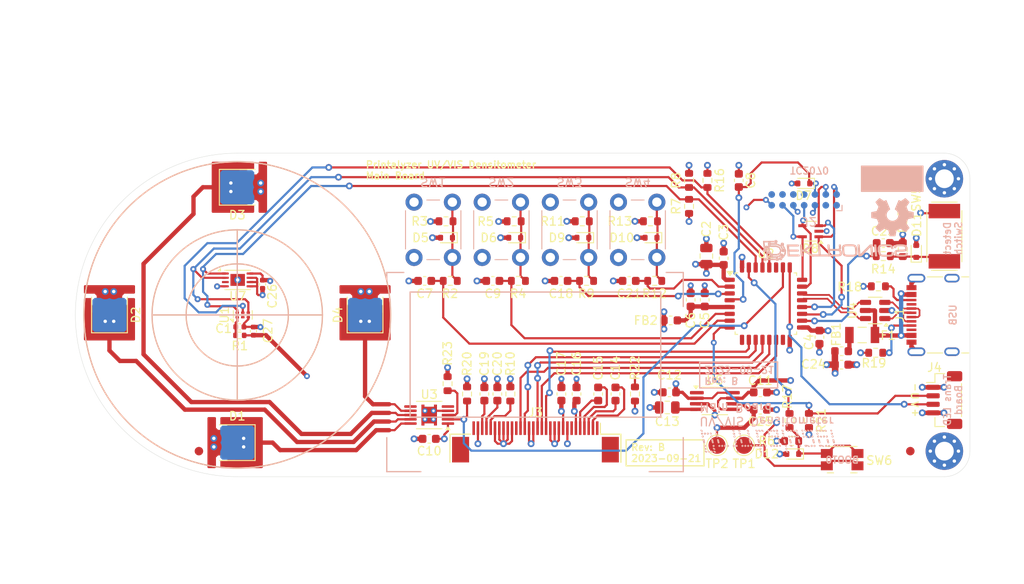
<source format=kicad_pcb>
(kicad_pcb (version 20240108) (generator "pcbnew") (generator_version "8.0")
  (title_block (title "Printalyzer UV/VIS Densitometer - Main Board") (date "2023-09-21") (rev "B") (company "Dektronics, Inc.") (comment 1 "Derek Konigsberg <dkonigsberg@dektronics.com>"))
  (layers (0 "F.Cu" signal) (1 "In1.Cu" power) (2 "In2.Cu" power) (31 "B.Cu" signal) (34 "B.Paste" user) (35 "F.Paste" user) (36 "B.SilkS" user "B.Silkscreen") (37 "F.SilkS" user "F.Silkscreen") (38 "B.Mask" user) (39 "F.Mask" user) (44 "Edge.Cuts" user))
  (net 0 "")
  (net 1 "GND")
  (net 2 "+3.3V")
  (net 3 "/BTN1")
  (net 4 "/RESET")
  (net 5 "/BTN2")
  (net 6 "+5V")
  (net 7 "Net-(U1-VDD)")
  (net 8 "Net-(U5-BYPASS)")
  (net 9 "Net-(J3-C2P)")
  (net 10 "Net-(J3-C2N)")
  (net 11 "Net-(J3-C1P)")
  (net 12 "Net-(J3-C1N)")
  (net 13 "Net-(J3-VCC)")
  (net 14 "/SWCLK")
  (net 15 "/SWDIO")
  (net 16 "/USART1_RX")
  (net 17 "/USART1_TX")
  (net 18 "Net-(J3-VCOMH)")
  (net 19 "/RLED1")
  (net 20 "/RLED2")
  (net 21 "/RLED3")
  (net 22 "/RLED4")
  (net 23 "Net-(D5-IO1)")
  (net 24 "/I2C1_SDA")
  (net 25 "/I2C1_SCL")
  (net 26 "Net-(D6-IO1)")
  (net 27 "/USB_D+")
  (net 28 "/USB_D-")
  (net 29 "Net-(D9-IO1)")
  (net 30 "/USB_CONN_D+")
  (net 31 "/USB_CONN_D-")
  (net 32 "Net-(D10-IO1)")
  (net 33 "Net-(D11-IO1)")
  (net 34 "Net-(D12-IO1)")
  (net 35 "Net-(J1-CC1)")
  (net 36 "/BTN3")
  (net 38 "Net-(J1-CC2)")
  (net 39 "/BTN4")
  (net 40 "/BTN5")
  (net 44 "Net-(F1-Pad1)")
  (net 48 "/DISP_MOSI")
  (net 49 "/DISP_SCK")
  (net 50 "/DISP_D~{C}")
  (net 51 "/DISP_~{RES}")
  (net 52 "/DISP_~{CS}")
  (net 56 "/RLED_EN")
  (net 58 "+3.3VA")
  (net 59 "/BOOT0")
  (net 60 "Net-(J3-IREF)")
  (net 62 "VBUS")
  (net 63 "/TSL_INT")
  (net 64 "/TVLED_EN")
  (net 65 "Net-(U3-RSET)")
  (net 66 "/TULED_EN")
  (net 70 "+1V8")
  (footprint "Capacitor_SMD:C_0603_1608Metric" (layer "F.Cu") (at 90 56 180)
    (property "Reference" "C9")
    (property "Value" "0.1uF" (hide yes))
  )
  (footprint "Capacitor_SMD:C_0603_1608Metric" (layer "F.Cu") (at 121.391 69.094 180)
    (property "Reference" "C11")
    (property "Value" "1uF" (hide yes))
  )
  (footprint "Capacitor_SMD:C_0603_1608Metric" (layer "F.Cu") (at 110.723 69.094)
    (property "Reference" "C12")
    (property "Value" "1uF" (hide yes))
  )
  (footprint "lib_fp:SunLike_LED_S1S0" (layer "F.Cu") (at 60 45)
    (property "Reference" "D3")
    (property "Value" "LED")
  )
  (footprint "lib_fp:SunLike_LED_S1S0" (layer "F.Cu") (at 75 60 90)
    (property "Reference" "D4")
    (property "Value" "LED")
  )
  (footprint "MountingHole:MountingHole_2.2mm_M2" (layer "F.Cu") (at 49 71)
    (property "Reference" "H1" (hide yes))
    (property "Value" "MountingHole" (hide yes))
  )
  (footprint "MountingHole:MountingHole_2.2mm_M2" (layer "F.Cu") (at 49 49)
    (property "Reference" "H2" (hide yes))
    (property "Value" "MountingHole" (hide yes))
  )
  (footprint "MountingHole:MountingHole_2.2mm_M2" (layer "F.Cu") (at 71 49)
    (property "Reference" "H3" (hide yes))
    (property "Value" "MountingHole" (hide yes))
  )
  (footprint "MountingHole:MountingHole_2.2mm_M2" (layer "F.Cu") (at 71 71)
    (property "Reference" "H4" (hide yes))
    (property "Value" "MountingHole" (hide yes))
  )
  (footprint "MountingHole:MountingHole_2.2mm_M2_Pad_Via" (layer "F.Cu") (at 143 44)
    (property "Reference" "H5" (hide yes))
    (property "Value" "MountingHole" (hide yes))
  )
  (footprint "MountingHole:MountingHole_2.2mm_M2_Pad_Via" (layer "F.Cu") (at 143 76)
    (property "Reference" "H6" (hide yes))
    (property "Value" "MountingHole" (hide yes))
  )
  (footprint "Resistor_SMD:R_0603_1608Metric" (layer "F.Cu") (at 85 56 180)
    (property "Reference" "R2")
    (property "Value" "330R" (hide yes))
  )
  (footprint "Resistor_SMD:R_0603_1608Metric" (layer "F.Cu") (at 93 56 180)
    (property "Reference" "R4")
    (property "Value" "330R" (hide yes))
  )
  (footprint "Resistor_SMD:R_0603_1608Metric" (layer "F.Cu") (at 113.03 47.244 90)
    (property "Reference" "R7")
    (property "Value" "2K" (hide yes))
  )
  (footprint "Resistor_SMD:R_0603_1608Metric" (layer "F.Cu") (at 113.03 44.196 -90)
    (property "Reference" "R8")
    (property "Value" "2K" (hide yes))
  )
  (footprint "TestPoint:TestPoint_Pad_D2.0mm" (layer "F.Cu") (at 119.486 75.317 180)
    (property "Reference" "TP1")
    (property "Value" "3.3V" (hide yes))
  )
  (footprint "Package_TO_SOT_SMD:SOT-23-6" (layer "F.Cu") (at 134.874 59.475 180)
    (property "Reference" "U4")
    (property "Value" "USBLC6-2SC6" (hide yes))
  )
  (footprint "lib_fp:SunLike_LED_S1S0" (layer "F.Cu") (at 60 75 180)
    (property "Reference" "D1")
    (property "Value" "LED")
  )
  (footprint "lib_fp:SunLike_LED_S1S0" (layer "F.Cu") (at 45 60 90)
    (property "Reference" "D2")
    (property "Value" "LED")
  )
  (footprint "Resistor_SMD:R_0603_1608Metric" (layer "F.Cu") (at 92.5 49 180)
    (property "Reference" "R5")
    (property "Value" "100K" (hide yes))
  )
  (footprint "Capacitor_SMD:C_0805_2012Metric" (layer "F.Cu") (at 110.469 70.872)
    (property "Reference" "C13")
    (property "Value" "10nF" (hide yes))
  )
  (footprint "Resistor_SMD:R_0603_1608Metric" (layer "F.Cu") (at 84.5 49 180)
    (property "Reference" "R3")
    (property "Value" "100K" (hide yes))
  )
  (footprint "Capacitor_SMD:C_0603_1608Metric" (layer "F.Cu") (at 98 56 180)
    (property "Reference" "C18")
    (property "Value" "0.1uF" (hide yes))
  )
  (footprint "Capacitor_SMD:C_0603_1608Metric" (layer "F.Cu") (at 106 56 180)
    (property "Reference" "C21")
    (property "Value" "0.1uF" (hide yes))
  )
  (footprint "Inductor_SMD:L_0603_1608Metric" (layer "F.Cu") (at 130.937 64.262)
    (property "Reference" "FB1")
    (property "Value" "600R@100MHz" (hide yes))
  )
  (footprint "Connector_JST:JST_SH_BM04B-SRSS-TB_1x04-1MP_P1.00mm_Vertical" (layer "F.Cu") (at 142.999993 70.000012 -90)
    (property "Reference" "J4")
    (property "Value" "Conn_01x04")
  )
  (footprint "Resistor_SMD:R_0603_1608Metric" (layer "F.Cu") (at 100.5 49 180)
    (property "Reference" "R11")
    (property "Value" "100K" (hide yes))
  )
  (footprint "Resistor_SMD:R_0603_1608Metric" (layer "F.Cu") (at 109 56 180)
    (property "Reference" "R12")
    (property "Value" "330R" (hide yes))
  )
  (footprint "Resistor_SMD:R_0603_1608Metric" (layer "F.Cu") (at 108.5 49 180)
    (property "Reference" "R13")
    (property "Value" "100K" (hide yes))
  )
  (footprint "lib_fp:CK_KSU213WLFG" (layer "F.Cu") (at 143 50.75 90)
    (property "Reference" "SW5")
    (property "Value" "SW_Detect" (hide yes))
  )
  (footprint "Capacitor_SMD:C_0603_1608Metric" (layer "F.Cu") (at 82 56 180)
    (property "Reference" "C7")
    (property "Value" "0.1uF" (hide yes))
  )
  (footprint "Capacitor_SMD:C_0603_1608Metric" (layer "F.Cu") (at 90.53 69.285 90)
    (property "Reference" "C20")
    (property "Value" "4.7uF" (hide yes))
  )
  (footprint "Capacitor_SMD:C_0603_1608Metric" (layer "F.Cu") (at 89.006 69.285 90)
    (property "Reference" "C19")
    (property "Value" "2.2uF" (hide yes))
  )
  (footprint "Resistor_SMD:R_0603_1608Metric" (layer "F.Cu") (at 92.054 69.285 90)
    (property "Reference" "R10")
    (property "Value" "390K" (hide yes))
  )
  (footprint "lib_fp:ER-CON30HT-1" (layer "F.Cu") (at 95 75.475)
    (property "Reference" "J3")
    (property "Value" "Display Connector" (hide yes))
  )
  (footprint "lib_fp:BF_0ZCJ_1206" (layer "F.Cu") (at 133.35 62.357)
    (property "Reference" "F1")
    (property "Value" "500mA" (hide yes))
  )
  (footprint "Capacitor_SMD:C_0603_1608Metric" (layer "F.Cu") (at 118.872 44.196 90)
    (property "Reference" "C8")
    (property "Value" "0.1uF" (hide yes))
  )
  (footprint "Resistor_SMD:R_0603_1608Metric" (layer "F.Cu") (at 101 56 180)
    (property "Reference" "R9")
    (property "Value" "330R" (hide yes))
  )
  (footprint "lib_fp:SOT323-5L" (layer "F.Cu") (at 127.302 50.165 180)
    (property "Reference" "D8")
    (property "Value" "ESDALC6V1W5" (hide yes))
  )
  (footprint "Capacitor_SMD:C_0603_1608Metric" (layer "F.Cu") (at 102.362 69.286 -90)
    (property "Reference" "C15")
    (property "Value" "1uF" (hide yes))
  )
  (footprint "Capacitor_SMD:C_0603_1608Metric" (layer "F.Cu") (at 104.394 69.286 -90)
    (property "Reference" "C14")
    (property "Value" "1uF" (hide yes))
  )
  (footprint "Capacitor_SMD:C_0603_1608Metric" (layer "F.Cu") (at 99.822 69.286 90)
    (property "Reference" "C16")
    (property "Value" "1uF" (hide yes))
  )
  (footprint "Capacitor_SMD:C_0603_1608Metric" (layer "F.Cu") (at 98.044 69.286 90)
    (property "Reference" "C17")
    (property "Value" "1uF" (hide yes))
  )
  (footprint "Diode_SMD:D_SOD-523" (layer "F.Cu") (at 84.561 50.927 180)
    (property "Reference" "D5")
    (property "Value" "uClamp0501H" (hide yes))
  )
  (footprint "Diode_SMD:D_SOD-523" (layer "F.Cu") (at 100.563 50.927 180)
    (property "Reference" "D9")
    (property "Value" "uClamp0501H")
  )
  (footprint "Diode_SMD:D_SOD-523" (layer "F.Cu") (at 108.564 50.927 180)
    (property "Reference" "D10")
    (property "Value" "uClamp0501H")
  )
  (footprint "Diode_SMD:D_SOD-523" (layer "F.Cu") (at 92.562 50.927 180)
    (property "Reference" "D6")
    (property "Value" "uClamp0501H")
  )
  (footprint "Resistor_SMD:R_0603_1608Metric" (layer "F.Cu") (at 115.189 44.196 -90)
    (property "Reference" "R16")
    (property "Value" "10K" (hide yes))
  )
  (footprint "Diode_SMD:D_SOD-523" (layer "F.Cu") (at 125.201 76.333 180)
    (property "Reference" "D12")
    (property "Value" "uClamp0501H")
  )
  (footprint "Diode_SMD:D_SOD-523" (layer "F.Cu") (at 126.4964 44.5485 180)
    (property "Reference" "D7")
    (property "Value" "uClamp0501H")
  )
  (footprint "Fiducial:Fiducial_1mm_Mask2mm" (layer "F.Cu") (at 55.5 76)
    (property "Reference" "FID1" (hide yes))
    (property "Value" "Fiducial" (hide yes))
  )
  (footprint "Fiducial:Fiducial_1mm_Mask2mm" (layer "F.Cu") (at 139 76)
    (property "Reference" "FID2" (hide yes))
    (property "Value" "Fiducial" (hide yes))
  )
  (footprint "Fiducial:Fiducial_1mm_Mask2mm" (layer "F.Cu") (at 139 43)
    (property "Reference" "FID3" (hide yes))
    (property "Value" "Fiducial" (hide yes))
  )
  (footprint "lib_fp:Panasonic_EVQP7C_EVQP7L" (layer "F.Cu") (at 131 77 180)
    (property "Reference" "SW6")
    (property "Value" "SW_Boot" (hide yes))
  )
  (footprint "Resistor_SMD:R_0603_1608Metric" (layer "F.Cu") (at 125.074 74.809 180)
    (property "Reference" "R6")
    (property "Value" "10K" (hide yes))
  )
  (footprint "Resistor_SMD:R_0603_1608Metric" (layer "F.Cu") (at 124.82 72.396 90)
    (property "Reference" "R17")
    (property "Value" "330R" (hide yes))
  )
  (footprint "Resistor_SMD:R_0603_1608Metric" (layer "F.Cu") (at 134.939 64.443 180)
    (property "Reference" "R19")
    (property "Value" "5.1k" (hide yes))
  )
  (footprint "lib_fp:USB_C_Receptacle_GCT_USB4105" (layer "F.Cu") (at 141.66 60 90)
    (property "Reference" "J1")
    (property "Value" "USB_C_Receptacle_USB2.0" (hide yes))
  )
  (footprint "Resistor_SMD:R_0603_1608Metric" (layer "F.Cu") (at 135.255 56.642 180)
    (property "Reference" "R18")
    (property "Value" "5.1k" (hide yes))
  )
  (footprint "Inductor_SMD:L_0603_1608Metric" (layer "F.Cu") (at 110.871 60.6425)
    (property "Reference" "FB2")
    (property "Value" "600R@100MHz" (hide yes))
  )
  (footprint "Capacitor_SMD:C_0603_1608Metric" (layer "F.Cu") (at 117.094 53.34 90)
    (property "Reference" "C3")
    (property "Value" "0.1uF" (hide yes))
  )
  (footprint "Capacitor_SMD:C_0603_1608Metric" (layer "F.Cu") (at 128.3335 62.611 -90)
    (property "Reference" "C4")
    (property "Value" "0.1uF" (hide yes))
  )
  (footprint "Capacitor_SMD:C_0603_1608Metric" (layer "F.Cu") (at 114.8715 58.2295 90)
    (property "Reference" "C5")
    (property "Value" "0.1uF" (hide yes))
  )
  (footprint "Capacitor_SMD:C_0603_1608Metric" (layer "F.Cu") (at 113.2205 58.2295 90)
    (property "Reference" "C6")
    (property "Value" "1uF" (hide yes))
  )
  (footprint "lib_fp:ST_LQFP32" (layer "F.Cu") (at 122.047 58.674)
    (property "Reference" "U2")
    (property "Value" "STM32L072KZT6")
  )
  (footprint "Capacitor_SMD:C_0805_2012Metric" (layer "F.Cu") (at 115.062 53.086 90)
    (property "Reference" "C2")
    (property "Value" "10uF" (hide yes))
  )
  (footprint "Resistor_SMD:R_0603_1608Metric" (layer "F.Cu") (at 135.8265 53.086 180)
    (property "Reference" "R14")
    (property "Value" "330R" (hide yes))
  )
  (footprint "Resistor_SMD:R_0603_1608Metric" (layer "F.Cu") (at 138.1125 52.324 90)
    (property "Reference" "R15")
    (property "Value" "100K" (hide yes))
  )
  (footprint "Capacitor_SMD:C_0603_1608Metric" (layer "F.Cu") (at 135.8265 51.562)
    (property "Reference" "C23")
    (property "Value" "0.1uF" (hide yes))
  )
  (footprint "Diode_SMD:D_SOD-523" (layer "F.Cu") (at 139.7 52.5332 90)
    (property "Reference" "D11")
    (property "Value" "uClamp0501H")
  )
  (footprint "PCM_kikit:Tab" (layer "F.Cu") (at 40.5 60)
    (property "Reference" "REF4" (hide yes))
    (property "Value" "Tab")
  )
  (footprint "PCM_kikit:Tab" (layer "F.Cu") (at 68 79.5 90)
    (property "Reference" "REF1" (hide yes))
    (property "Value" "Tab")
  )
  (footprint "PCM_kikit:Tab" (layer "F.Cu") (at 136.5 79.5 90)
    (property "Reference" "REF2" (hide yes))
    (property "Value" "Tab")
  )
  (footprint "PCM_kikit:Tab" (layer "F.Cu") (at 68 40.5 -90)
    (property "Reference" "REF6" (hide yes))
    (property "Value" "Tab")
  )
  (footprint "PCM_kikit:Tab" (layer "F.Cu") (at 136.5 40.5 -90)
    (property "Reference" "REF5" (hide yes))
    (property "Value" "Tab")
  )
  (footprint "Resistor_SMD:R_0402_1005Metric" (layer "F.Cu") (at 60.3 62.4)
    (property "Reference" "R1")
    (property "Value" "22R")
  )
  (footprint "Capacitor_SMD:C_0402_1005Metric" (layer "F.Cu") (at 60.3 61.4)
    (property "Reference" "C1")
    (property "Value" "1uF")
  )
  (footprint "lib_fp:AMS_TSL2585_OLGA-6_2x1mm_P0.65mm" (layer "F.Cu") (at 60.65 60 90)
    (property "Reference" "U1")
    (property "Value" "TSL2585")
  )
  (footprint "lib_fp:Micrel_MSOP-10-1EP_3x3mm_P0.5mm_EP1.73x1.7mm_ThermalVias" (layer "F.Cu") (at 82.529 71.761 180)
    (property "Reference" "U3")
    (property "Value" "MIC4812")
  )
  (footprint "Resistor_SMD:R_0603_1608Metric" (layer "F.Cu") (at 106.680991 69.285993 -90)
    (property "Reference" "R22")
    (property "Value" "10K" (hide yes))
  )
  (footprint "Resistor_SMD:R_0603_1608Metric" (layer "F.Cu") (at 84.688 68.078 90)
    (property "Reference" "R23")
    (property "Value" "16.5k")
  )
  (footprint "Resistor_SMD:R_0603_1608Metric" (layer "F.Cu") (at 86.974 69.286 90)
    (property "Reference" "R20")
    (property "Value" "200K" (hide yes))
  )
  (footprint "Package_SO:MSOP-8_3x3mm_P0.65mm" (layer "F.Cu") (at 116.057 70.11)
    (property "Reference" "U5")
    (property "Value" "TC1301A-APA")
  )
  (footprint "Resistor_SMD:R_0603_1608Metric" (layer "F.Cu") (at 127.106 72.396 -90)
    (property "Reference" "R21")
    (property "Value" "10K")
  )
  (footprint "TestPoint:TestPoint_Pad_D2.0mm" (layer "F.Cu") (at 116.311 75.311)
    (property "Reference" "TP2")
    (property "Value" "1.8V")
  )
  (footprint "Capacitor_SMD:C_0603_1608Metric" (layer "F.Cu") (at 82.529 74.555 180)
    (property "Reference" "C10")
    (property "Value" "2.2uF")
  )
  (footprint "Package_DFN_QFN:DFN-8-1EP_3x2mm_P0.5mm_EP1.7x1.4mm" (layer "F.Cu") (at 60.05 55.886)
    (property "Reference" "U7")
    (property "Value" "MCP9808")
  )
  (footprint "Capacitor_SMD:C_0603_1608Metric" (layer "F.Cu") (at 130.938 65.84)
    (property "Reference" "C24")
    (property "Value" "4.7uF" (hide yes))
  )
  (footprint "Capacitor_SMD:C_0402_1005Metric" (layer "F.Cu") (at 62.971 56.394 -90)
    (property "Reference" "C26")
    (property "Value" "1uF")
  )
  (footprint "Capacitor_SMD:C_0402_1005Metric" (layer "F.Cu") (at 61.9 61.9 90)
    (property "Reference" "C27")
    (property "Value" "4.7uF")
  )
  (footprint "Capacitor_SMD:C_0603_1608Metric" (layer "F.Cu") (at 121.391 71.126 180)
    (property "Reference" "C25")
    (property "Value" "1uF")
  )
  (footprint "lib_fp:ESwitch_TL1105_6mm_H7.5mm" (layer "B.Cu") (at 91 50)
    (property "Reference" "SW2")
    (property "Value" "SW_Push" (hide yes))
  )
  (footprint "lib_fp:Printalyzer-logo-16_9mm" (layer "B.Cu") (at 122.809 74.8344)
    (property "Reference" "G1" (hide yes))
    (property "Value" "LOGO" (hide yes))
  )
  (footprint "lib_fp:ESwitch_TL1105_6mm_H7.5mm" (layer "B.Cu") (at 83 50)
    (property "Reference" "SW1")
    (property "Value" "SW_Push" (hide yes))
  )
  (footprint "lib_fp:ESwitch_TL1105_6mm_H7.5mm" (layer "B.Cu") (at 99 50)
    (property "Reference" "SW3")
    (property "Value" "SW_Push" (hide yes))
  )
  (footprint "lib_fp:ESwitch_TL1105_6mm_H7.5mm" (layer "B.Cu") (at 107 50)
    (property "Reference" "SW4")
    (property "Value" "SW_Push" (hide yes))
  )
  (footprint "Connector:Tag-Connect_TC2070-IDC-FP_2x07_P1.27mm_Vertical" (layer "B.Cu") (at 126.54 46.482 180)
    (property "Reference" "J2")
    (property "Value" "DNI" (hide yes))
  )
  (footprint "lib_fp:OSHW-logo_5mm" (layer "B.Cu") (at 136.906 48.514)
    (property "Reference" "G4" (hide yes))
    (property "Value" "OSHW-logo_5mm" (hide yes))
  )
  (footprint "lib_fp:Dektronics-logo" (layer "B.Cu") (at 130.43 52.578)
    (property "Reference" "LOGO" (hide yes))
    (property "Value" "G3" (hide yes))
  )
  (gr_circle (center 60 60) (end 78 60) (stroke (width 0.1524)) (fill none) (layer "B.SilkS"))
  (gr_circle (center 60 60) (end 70 60) (stroke (width 0.1524)) (fill none) (layer "B.SilkS"))
  (gr_line (start 60 50) (end 60 70) (stroke (width 0.1524)) (layer "B.SilkS"))
  (gr_line (start 50 60) (end 70 60) (stroke (width 0.1524)) (layer "B.SilkS"))
  (gr_line (start 77.55 55.01) (end 79.55 55.01) (stroke (width 0.1524)) (layer "B.SilkS"))
  (gr_line (start 108.35 78.41) (end 112.35 78.41) (stroke (width 0.1524)) (layer "B.SilkS"))
  (gr_line (start 77.55 78.41) (end 81.55 78.41) (stroke (width 0.1524)) (layer "B.SilkS"))
  (gr_line (start 80.29 57.31) (end 80.29 72.01) (stroke (width 0.1524)) (layer "B.SilkS"))
  (gr_line (start 109.71 57.31) (end 109.71 72.01) (stroke (width 0.1524)) (layer "B.SilkS"))
  (gr_line (start 109.71 72.01) (end 80.29 72.01) (stroke (width 0.1524)) (layer "B.SilkS"))
  (gr_line (start 123.423 68.578) (end 114.279 68.578) (stroke (width 0.1524)) (layer "B.SilkS"))
  (gr_line (start 114.279 68.578) (end 114.279 65.53) (stroke (width 0.1524)) (layer "B.SilkS"))
  (gr_line (start 123.423 65.53) (end 123.423 68.578) (stroke (width 0.1524)) (layer "B.SilkS"))
  (gr_line (start 114.279 65.53) (end 123.423 65.53) (stroke (width 0.1524)) (layer "B.SilkS"))
  (gr_poly (pts (xy 140.5 45.5) (xy 133.25 45.5) (xy 133.25 42.5) (xy 140.5 42.5)) (stroke (width 0.1)) (fill solid) (layer "B.SilkS"))
  (gr_line (start 110.35 55.01) (end 112.35 55.01) (stroke (width 0.1524)) (layer "B.SilkS"))
  (gr_line (start 112.35 78.41) (end 112.35 74.41) (stroke (width 0.1524)) (layer "B.SilkS"))
  (gr_line (start 112.35 55.01) (end 112.35 59.01) (stroke (width 0.1524)) (layer "B.SilkS"))
  (gr_circle (center 60 60) (end 66 60) (stroke (width 0.1524)) (fill none) (layer "B.SilkS"))
  (gr_line (start 77.55 55.01) (end 77.55 56.007) (stroke (width 0.1524)) (layer "B.SilkS"))
  (gr_line (start 109.71 57.31) (end 80.29 57.31) (stroke (width 0.1524)) (layer "B.SilkS"))
  (gr_line (start 77.55 78.41) (end 77.55 74.41) (stroke (width 0.1524)) (layer "B.SilkS"))
  (gr_circle (center 60 60) (end 78 60) (stroke (width 0.1524)) (fill none) (layer "F.SilkS"))
  (gr_line (start 114.787 74.676) (end 105.643 74.676) (stroke (width 0.1524)) (layer "F.SilkS"))
  (gr_line (start 70 60) (end 66 60) (stroke (width 0.1524)) (layer "F.SilkS"))
  (gr_line (start 105.643 74.676) (end 105.643 77.724) (stroke (width 0.1524)) (layer "F.SilkS"))
  (gr_circle (center 60 60) (end 66 60) (stroke (width 0.1524)) (fill none) (layer "F.SilkS"))
  (gr_line (start 60 70) (end 60 66) (stroke (width 0.1524)) (layer "F.SilkS"))
  (gr_line (start 114.787 77.724) (end 114.787 74.676) (stroke (width 0.1524)) (layer "F.SilkS"))
  (gr_circle (center 60 60) (end 70 60) (stroke (width 0.1524)) (fill none) (layer "F.SilkS"))
  (gr_line (start 105.643 77.724) (end 114.787 77.724) (stroke (width 0.1524)) (layer "F.SilkS"))
  (gr_line (start 60 50) (end 60 54) (stroke (width 0.1524)) (layer "F.SilkS"))
  (gr_line (start 50 60) (end 54 60) (stroke (width 0.1524)) (layer "F.SilkS"))
  (gr_line (start 146 44) (end 146 76) (stroke (width 0.0381)) (layer "Edge.Cuts"))
  (gr_arc (start 143 41) (mid 145.12132 41.87868) (end 146 44) (stroke (width 0.0381)) (layer "Edge.Cuts"))
  (gr_line (start 60 41) (end 143 41) (stroke (width 0.0381)) (layer "Edge.Cuts"))
  (gr_arc (start 146 76) (mid 145.12132 78.12132) (end 143 79) (stroke (width 0.0381)) (layer "Edge.Cuts"))
  (gr_arc (start 60 79) (mid 41 60) (end 60 41) (stroke (width 0.0381)) (layer "Edge.Cuts"))
  (gr_line (start 60 79) (end 143 79) (stroke (width 0.0381)) (layer "Edge.Cuts"))
  (gr_text "Trans LED\nBoard" (at 144 70 90) (layer "B.SilkS") (effects (font (size 0.8128 0.8128) (thickness 0.1524)) (justify mirror)))
  (gr_text "Detect\nSwitch" (at 144 51 90) (layer "B.SilkS") (effects (font (size 0.8128 0.8128) (thickness 0.1524)) (justify mirror)))
  (gr_text "Rev: ${REVISION}\n${ISSUE_DATE}" (at 114.748 67.077 180) (layer "B.SilkS") (effects (font (size 0.8128 0.8128) (thickness 0.1524)) (justify left mirror)))
  (gr_text "BOOT0" (at 131 77.0382 0) (layer "B.SilkS") (effects (font (size 0.8128 0.8128) (thickness 0.1524)) (justify mirror)))
  (gr_text "UV/VIS Densitometer\nMain Board" (at 114.152 71.6848 180) (layer "B.SilkS") (effects (font (size 1 1)) (justify left mirror)))
  (gr_text "USB" (at 144 60 90) (layer "B.SilkS") (effects (font (size 0.8128 0.8128) (thickness 0.1524)) (justify mirror)))
  (gr_text "TC2070" (at 127.175 43 180) (layer "B.SilkS") (effects (font (size 0.8128 0.8128) (thickness 0.1524)) (justify mirror)))
  (gr_text "Printalyzer UV/VIS Densitometer\nMain Board" (at 75 43 0) (layer "F.SilkS") (effects (font (size 0.8128 0.8128) (thickness 0.1524)) (justify left)))
  (gr_text "Rev: ${REVISION}\n${ISSUE_DATE}" (at 106.151 76.2 0) (layer "F.SilkS") (effects (font (size 0.8128 0.8128) (thickness 0.1524)) (justify left)))
  (gr_text "+" (at 139.5 71.5 90) (layer "F.SilkS") (effects (font (size 0.8 0.8))))
  (gr_text "U" (at 139.5 69.5 -90) (layer "F.SilkS") (effects (font (size 0.8 0.8))))
  (gr_text "-" (at 139.5 68.5 90) (layer "F.SilkS") (effects (font (size 0.8 0.8))))
  (gr_text "V" (at 139.5 70.5 -90) (layer "F.SilkS") (effects (font (size 0.8 0.8))))
  (segment (start 98.044 67.508) (end 98.044 68.511) (width 0.508) (layer "F.Cu") (net 1))
  (segment (start 99.822 67.508) (end 99.822 68.511) (width 0.508) (layer "F.Cu") (net 1))
  (segment (start 119.253 54.418) (end 119.247 54.424) (width 0.508) (layer "F.Cu") (net 1))
  (segment (start 119.253 53.213) (end 119.253 54.418) (width 0.508) (layer "F.Cu") (net 1))
  (segment (start 124.847 62.924) (end 124.847 64.129) (width 0.508) (layer "F.Cu") (net 1))
  (segment (start 124.847 64.129) (end 124.841 64.135) (width 0.508) (layer "F.Cu") (net 1))
  (segment (start 117.094 51.562) (end 117.094 52.565) (width 0.508) (layer "F.Cu") (net 1))
  (segment (start 128.3335 63.386) (end 128.3335 64.389) (width 0.508) (layer "F.Cu") (net 1))
  (segment (start 115.062 51.054) (end 115.062 52.136) (width 0.508) (layer "F.Cu") (net 1))
  (segment (start 136.6015 51.562) (end 138.0495 51.562) (width 0.508) (layer "F.Cu") (net 1))
  (segment (start 97.75 74.7155) (end 97.75 73.3) (width 0.254) (layer "F.Cu") (net 1))
  (segment (start 91.862 50.927) (end 90.911 50.927) (width 0.508) (layer "F.Cu") (net 1))
  (segment (start 88.25 73.3) (end 88.25 75.128) (width 0.254) (layer "F.Cu") (net 1))
  (segment (start 104.14 56.007) (end 105.218 56.007) (width 0.508) (layer "F.Cu") (net 1))
  (segment (start 82.677 49.022) (end 83.653 49.022) (width 0.508) (layer "F.Cu") (net 1))
  (segment (start 118.872 42.418) (end 118.872 43.421) (width 0.254) (layer "F.Cu") (net 1))
  (segment (start 139.135 56.255) (end 139.71 55.68) (width 0.508) (layer "F.Cu") (net 1))
  (segment (start 62.213 55.636) (end 62.336 55.759) (width 0.254) (layer "F.Cu") (net 1))
  (segment (start 80.137 56.007) (end 81.218 56.007) (width 0.508) (layer "F.Cu") (net 1))
  (segment (start 123.296 74.809) (end 124.249 74.809) (width 0.508) (layer "F.Cu") (net 1))
  (segment (start 108.945 69.094) (end 109.948 69.094) (width 0.508) (layer "F.Cu") (net 1))
  (segment (start 88.138 56.007) (end 89.218 56.007) (width 0.508) (layer "F.Cu") (net 1))
  (segment (start 60.78 61.0234) (end 60.78 61.4) (width 0.254) (layer "F.Cu") (net 1))
  (segment (start 90.678 49.022) (end 91.653 49.022) (width 0.508) (layer "F.Cu") (net 1))
  (segment (start 62.336 57.537) (end 62.463 57.664) (width 0.254) (layer "F.Cu") (net 1))
  (segment (start 142.945 68.5) (end 141.675005 68.5) (width 0.508) (layer "F.Cu") (net 1))
  (segment (start 120.65 46.482) (end 119.761 47.371) (width 0.254) (layer "F.Cu") (net 1))
  (segment (start 123.677 76.333) (end 124.501 76.333) (width 0.508) (layer "F.Cu") (net 1))
  (segment (start 90.53 67.507) (end 90.53 68.51) (width 0.508) (layer "F.Cu") (net 1))
  (segment (start 125.074 44.5485) (end 125.7964 44.5485) (width 0.508) (layer "F.Cu") (net 1))
  (segment (start 89.006 67.507) (end 89.006 68.51) (width 0.508) (layer "F.Cu") (net 1))
  (segment (start 122.166 69.094) (end 123.296 69.094) (width 0.508) (layer "F.Cu") (net 1))
  (segment (start 58.6 56.636) (end 57.649 56.636) (width 0.254) (layer "F.Cu") (net 1))
  (segment (start 61.9 61.42) (end 62.717 61.42) (width 0.508) (layer "F.Cu") (net 1))
  (segment (start 61.3 60.2625) (end 61.3 60.5034) (width 0.254) (layer "F.Cu") (net 1))
  (segment (start 84.729 71.261) (end 83.029 71.261) (width 0.254) (layer "F.Cu") (net 1))
  (segment (start 116.057 71.761) (end 116.057 71.253) (width 0.381) (layer "F.Cu") (net 1))
  (segment (start 62.332 56.136) (end 62.336 56.14) (width 0.254) (layer "F.Cu") (net 1))
  (segment (start 61.5 56.636) (end 62.324 56.636) (width 0.254) (layer "F.Cu") (net 1))
  (segment (start 127.106 74.047) (end 127.106 73.221) (width 0.508) (layer "F.Cu") (net 1))
  (segment (start 98.75 75.127986) (end 98.749993 75.127993) (width 0.254) (layer "F.Cu") (net 1))
  (segment (start 106.680991 70.110993) (end 106.680991 71.300991) (width 0.254) (layer "F.Cu") (net 1))
  (segment (start 62.324 56.636) (end 62.336 56.648) (width 0.254) (layer "F.Cu") (net 1))
  (segment (start 86.974 67.507) (end 86.974 68.461) (width 0.508) (layer "F.Cu") (net 1))
  (segment (start 62.336 56.648) (end 62.336 57.537) (width 0.254) (layer "F.Cu") (net 1))
  (segment (start 139.135 63.745) (end 139.71 64.32) (width 0.508) (layer "F.Cu") (net 1))
  (segment (start 107.864 50.927) (end 106.913 50.927) (width 0.508) (layer "F.Cu") (net 1))
  (segment (start 61.5 55.636) (end 62.213 55.636) (width 0.254) (layer "F.Cu") (net 1))
  (segment (start 113.2205 56.535586) (end 113.222076 56.53401) (width 0.508) (layer "F.Cu") (net 1))
  (segment (start 62.463 57.664) (end 62.971 57.664) (width 0.254) (layer "F.Cu") (net 1))
  (segment (start 106.680991 71.300991) (end 106.681 71.301) (width 0.254) (layer "F.Cu") (net 1))
  (segment (start 138.1125 50.546) (end 138.1125 51.499) (width 0.508) (layer "F.Cu") (net 1))
  (segment (start 98.918 50.927) (end 98.912 50.933) (width 0.508) (layer "F.Cu") (net 1))
  (segment (start 122.047 46.482) (end 120.65 46.482) (width 0.254) (layer "F.Cu") (net 1))
  (segment (start 90.569 75.128) (end 91.25 75.128) (width 0.254) (layer "F.Cu") (net 1))
  (segment (start 92.054 67.507) (end 92.054 68.46) (width 0.508) (layer "F.Cu") (net 1))
  (segment (start 91.75 73.3) (end 91.75 74.628) (width 0.254) (layer "F.Cu") (net 1))
  (segment (start 81.754 74.555) (end 80.751 74.555) (width 0.508) (layer "F.Cu") (net 1))
  (segment (start 92.25 73.3) (end 92.25 74.81) (width 0.254) (layer "F.Cu") (net 1))
  (segment (start 61.5 56.136) (end 62.332 56.136) (width 0.254) (layer "F.Cu") (net 1))
  (segment (start 91.25 73.3) (end 91.25 75.128) (width 0.254) (layer "F.Cu") (net 1))
  (segment (start 128.252 50.165) (end 129.168161 50.165) (width 0.254) (layer "F.Cu") (net 1))
  (segment (start 134.43 56.642) (end 133.477 56.642) (width 0.254) (layer "F.Cu") (net 1))
  (segment (start 132.716 65.84) (end 131.713 65.84) (width 0.762) (layer "F.Cu") (net 1))
  (segment (start 139.135 63.2) (end 139.135 63.745) (width 0.508) (layer "F.Cu") (net 1))
  (segment (start 84.688 66.173) (end 84.688 67.253) (width 0.508) (layer "F.Cu") (net 1))
  (segment (start 61.3 60.5034) (end 60.78 61.0234) (width 0.254) (layer "F.Cu") (net 1))
  (segment (start 91.75 74.628) (end 91.25 75.128) (width 0.254) (layer "F.Cu") (net 1))
  (segment (start 90.25 74.809) (end 90.569 75.128) (width 0.254) (layer "F.Cu") (net 1))
  (segment (start 96.75 74.705) (end 97.25525 75.21025) (width 0.254) (layer "F.Cu") (net 1))
  (segment (start 98.679 49) (end 99.675 49) (width 0.508) (layer "F.Cu") (net 1))
  (segment (start 114.8715 57.4545) (end 114.8715 56.590817) (width 0.508) (layer "F.Cu") (net 1))
  (segment (start 62.336 56.14) (end 62.336 56.648) (width 0.254) (layer "F.Cu") (net 1))
  (segment (start 129.168161 50.165) (end 129.181107 50.152054) (width 0.254) (layer "F.Cu") (net 1))
  (segment (start 62.336 55.759) (end 62.336 56.14) (width 0.254) (layer "F.Cu") (net 1))
  (segment (start 114.8715 56.590817) (end 114.928307 56.53401) (width 0.508) (layer "F.Cu") (net 1))
  (segment (start 94.75 73.3) (end 94.75 74.866) (width 0.254) (layer "F.Cu") (net 1))
  (segment (start 90.25 73.3) (end 90.25 74.809) (width 0.254) (layer "F.Cu") (net 1))
  (segment (start 98.75 73.3) (end 98.75 75.127986) (width 0.254) (layer "F.Cu") (net 1))
  (segment (start 92.25 74.81) (end 91.932 75.128) (width 0.254) (layer "F.Cu") (net 1))
  (segment (start 136.266588 59.475001) (end 136.832273 59.475001) (width 0.508) (layer "F.Cu") (net 1))
  (segment (start 90.76 74.638) (end 91.25 75.128) (width 0.254) (layer "F.Cu") (net 1))
  (segment (start 134.114 64.443) (end 133.161 64.443) (width 0.254) (layer "F.Cu") (net 1))
  (segment (start 94.25 74.89) (end 94.488 75.128) (width 0.254) (layer "F.Cu") (net 1))
  (segment (start 83.861 50.927) (end 82.91 50.927) (width 0.508) (layer "F.Cu") (net 1))
  (segment (start 94.75 74.866) (end 94.488 75.128) (width 0.254) (layer "F.Cu") (net 1))
  (segment (start 57.649 56.636) (end 57.637 56.648) (width 0.254) (layer "F.Cu") (net 1))
  (segment (start 139.7 50.9584) (end 139.7 51.8332) (width 0.508) (layer "F.Cu") (net 1))
  (segment (start 62.971 56.874) (end 62.971 57.664) (width 0.508) (layer "F.Cu") (net 1))
  (segment (start 60.78 61.4) (end 61.88 61.4) (width 0.254) (layer "F.Cu") (net 1))
  (segment (start 90.76 73.3) (end 90.76 74.638) (width 0.254) (layer "F.Cu") (net 1))
  (segment (start 97.25 73.3) (end 97.25 75.096) (width 0.254) (layer "F.Cu") (net 1))
  (segment (start 108.437 70.872) (end 109.519 70.872) (width 0.508) (layer "F.Cu") (net 1))
  (segment (start 113.2205 57.4545) (end 113.2205 56.535586) (width 0.508) (layer "F.Cu") (net 1))
  (segment (start 122.166 71.126) (end 123.296 71.126) (width 0.508) (layer "F.Cu") (net 1))
  (segment (start 139.135 56.8) (end 139.135 56.255) (width 0.508) (layer "F.Cu") (net 1))
  (segment (start 99.863 50.927) (end 98.918 50.927) (width 0.508) (layer "F.Cu") (net 1))
  (segment (start 91.932 75.128) (end 91.25 75.128) (width 0.254) (layer "F.Cu") (net 1))
  (segment (start 97.25525 75.21025) (end 97.75 74.7155) (width 0.254) (layer "F.Cu") (net 1))
  (segment (start 96.75 73.3) (end 96.75 74.705) (width 0.254) (layer "F.Cu") (net 1))
  (segment (start 140.405 68.5) (end 141.674981 68.5) (width 0.508) (layer "F.Cu") (net 1))
  (segment (start 94.25 73.3) (end 94.25 74.89) (width 0.254) (layer "F.Cu") (net 1))
  (segment (start 96.139 56.007) (end 97.218 56.007) (width 0.508) (layer "F.Cu") (net 1))
  (segment (start 115.239 70.435) (end 113.9445 70.435) (width 0.381) (layer "F.Cu") (net 1))
  (segment (start 106.68 49) (end 107.675 49) (width 0.508) (layer "F.Cu") (net 1))
  (segment (start 116.057 71.253) (end 115.239 70.435) (width 0.381) (layer "F.Cu") (net 1))
  (via (at 98.679 49) (size 0.8) (drill 0.4) (layers "F.Cu" "B.Cu") (net 1))
  (via (at 98.044 67.508) (size 0.7112) (drill 0.3048) (layers "F.Cu" "B.Cu") (net 1))
  (via (at 94.488 75.128) (size 0.8) (drill 0.4) (layers "F.Cu" "B.Cu") (net 1))
  (via (at 92.054 67.507) (size 0.8) (drill 0.4) (layers "F.Cu" "B.Cu") (net 1))
  (via (at 90.53 67.507) (size 0.8) (drill 0.4) (layers "F.Cu" "B.Cu") (net 1))
  (via (at 89.006 67.507) (size 0.8) (drill 0.4) (layers "F.Cu" "B.Cu") (net 1))
  (via (at 97.2566 75.128) (size 0.8) (drill 0.4) (layers "F.Cu" "B.Cu") (net 1))
  (via (at 118.872 42.418) (size 0.8) (drill 0.4) (layers "F.Cu" "B.Cu") (net 1))
  (via (at 119.761 47.371) (size 0.6858) (drill 0.3302) (layers "F.Cu" "B.Cu") (net 1))
  (via (at 133.161 64.443) (size 0.8) (drill 0.4) (layers "F.Cu" "B.Cu") (net 1))
  (via (at 133.477 56.642) (size 0.8) (drill 0.4) (layers "F.Cu" "B.Cu") (net 1))
  (via (at 124.841 64.135) (size 0.8) (drill 0.4) (layers "F.Cu" "B.Cu") (net 1))
  (via (at 117.094 51.562) (size 0.8) (drill 0.4) (layers "F.Cu" "B.Cu") (net 1))
  (via (at 115.062 51.054) (size 0.8) (drill 0.4) (layers "F.Cu" "B.Cu") (net 1))
  (via (at 128.3335 64.389) (size 0.8) (drill 0.4) (layers "F.Cu" "B.Cu") (net 1))
  (via (at 119.253 53.213) (size 0.8) (drill 0.4) (layers "F.Cu" "B.Cu") (net 1))
  (via (at 139.7 50.9584) (size 0.8) (drill 0.4) (layers "F.Cu" "B.Cu") (net 1))
  (via (at 90.911 50.927) (size 0.8) (drill 0.4) (layers "F.Cu" "B.Cu") (net 1))
  (via (at 123.296 74.809) (size 0.8) (drill 0.4) (layers "F.Cu" "B.Cu") (net 1))
  (via (at 57.637 56.648) (size 0.7112) (drill 0.3048) (layers "F.Cu" "B.Cu") (net 1))
  (via (at 99.822 67.508) (size 0.7112) (drill 0.3048) (layers "F.Cu" "B.Cu") (net 1))
  (via (at 82.91 50.927) (size 0.8) (drill 0.4) (layers "F.Cu" "B.Cu") (net 1))
  (via (at 86.974 67.507) (size 0.8) (drill 0.4) (layers "F.Cu" "B.Cu") (net 1))
  (via (at 136.832273 59.475001) (size 0.8) (drill 0.4) (layers "F.Cu" "B.Cu") (net 1))
  (via (at 96.139 56.007) (size 0.8) (drill 0.4) (layers "F.Cu" "B.Cu") (net 1))
  (via (at 125.778 47.879) (size 0.6858) (drill 0.3302) (layers "F.Cu" "B.Cu") (net 1))
  (via (at 104.14 56.007) (size 0.8) (drill 0.4) (layers "F.Cu" "B.Cu") (net 1))
  (via (at 62.717 61.42) (size 0.7112) (drill 0.3048) (layers "F.Cu" "B.Cu") (net 1))
  (via (at 82.677 49.022) (size 0.8) (drill 0.4) (layers "F.Cu" "B.Cu") (net 1))
  (via (at 62.971 57.664) (size 0.7112) (drill 0.3048) (layers "F.Cu" "B.Cu") (net 1))
  (via (at 122.047 46.482) (size 0.6858) (drill 0.3302) (layers "F.Cu" "B.Cu") (net 1))
  (via (at 116.057 71.761) (size 0.8) (drill 0.4) (layers "F.Cu" "B.Cu") (net 1))
  (via (at 80.751 74.555) (size 0.8) (drill 0.4) (layers "F.Cu" "B.Cu") (net 1))
  (via (at 132.716 65.84) (size 0.8) (drill 0.4) (layers "F.Cu" "B.Cu") (net 1))
  (via (at 129.181107 50.152054) (size 0.6858) (drill 0.3302) (layers "F.Cu" "B.Cu") (net 1))
  (via (at 125.074 44.5576) (size 0.6858) (drill 0.3302) (layers "F.Cu" "B.Cu") (net 1))
  (via (at 106.68 49) (size 0.8) (drill 0.4) (layers "F.Cu" "B.Cu") (net 1))
  (via (at 80.137 56.007) (size 0.8) (drill 0.4) (layers "F.Cu" "B.Cu") (net 1))
  (via (at 88.25 75.128) (size 0.8) (drill 0.4) (layers "F.Cu" "B.Cu") (net 1))
  (via (at 106.681 71.301) (size 0.8) (drill 0.4) (layers "F.Cu" "B.Cu") (net 1))
  (via (at 127.106 74.047) (size 0.8) (drill 0.4) (layers "F.Cu" "B.Cu") (net 1))
  (via (at 106.913 50.927) (size 0.8) (drill 0.4) (layers "F.Cu" "B.Cu") (net 1))
  (via (at 142.945 68.5) (size 0.8) (drill 0.4) (layers "F.Cu" "B.Cu") (net 1))
  (via (at 98.749993 75.127993) (size 0.8) (drill 0.4) (layers "F.Cu" "B.Cu") (net 1))
  (via (at 114.8715 56.53401) (size 0.7112) (drill 0.3048) (layers "F.Cu" "B.Cu") (net 1))
  (via (at 140.405 68.5) (size 0.8) (drill 0.4) (layers "F.Cu" "B.Cu") (net 1))
  (via (at 113.222076 56.53401) (size 0.7112) (drill 0.3048) (layers "F.Cu" "B.Cu") (net 1))
  (via (at 91.25 75.128) (size 0.8) (drill 0.4) (layers "F.Cu" "B.Cu") (net 1))
  (via (at 108.945 69.094) (size 0.8) (drill 0.4) (layers "F.Cu" "B.Cu") (net 1))
  (via (at 88.138 56.007) (size 0.8) (drill 0.4) (layers "F.Cu" "B.Cu") (net 1))
  (via (at 90.678 49.022) (size 0.8) (drill 0.4) (layers "F.Cu" "B.Cu") (net 1))
  (via (at 60.05 55.886) (size 0.8) (drill 0.4) (layers "F.Cu" "B.Cu") (net 1))
  (via (at 123.677 76.333) (size 0.8) (drill 0.4) (layers "F.Cu" "B.Cu") (net 1))
  (via (at 123.296 71.126) (size 0.8) (drill 0.4) (layers "F.Cu" "B.Cu") (net 1))
  (via (at 123.296 69.094) (size 0.8) (drill 0.4) (layers "F.Cu" "B.Cu") (net 1))
  (via (at 138.1125 50.546) (size 0.8) (drill 0.4) (layers "F.Cu" "B.Cu") (net 1))
  (via (at 108.437 70.872) (size 0.8) (drill 0.4) (layers "F.Cu" "B.Cu") (net 1))
  (via (at 84.688 66.173) (size 0.8) (drill 0.4) (layers "F.Cu" "B.Cu") (net 1))
  (via (at 98.912 50.933) (size 0.8) (drill 0.4) (layers "F.Cu" "B.Cu") (net 1))
  (segment (start 122.73 47.117) (end 122.095 46.482) (width 0.254) (layer "B.Cu") (net 1))
  (segment (start 122.095 46.482) (end 122.047 46.482) (width 0.254) (layer "B.Cu") (net 1))
  (segment (start 125.27 47.371) (end 125.778 47.879) (width 0.254) (layer "B.Cu") (net 1))
  (segment (start 98.044 71.318) (end 98.044 70.061) (width 0.508) (layer "F.Cu") (net 2))
  (segment (start 98.25 73.3) (end 98.25 71.524) (width 0.254) (layer "F.Cu") (net 2))
  (segment (start 98.25 71.524) (end 98.044 71.318) (width 0.254) (layer "F.Cu") (net 2))
  (segment (start 99.568 71.318) (end 99.568 70.315) (width 0.508) (layer "F.Cu") (net 2))
  (segment (start 99.75 73.3) (end 99.75 71.5) (width 0.254) (layer "F.Cu") (net 2))
  (segment (start 99.75 71.5) (end 99.568 71.318) (width 0.254) (layer "F.Cu") (net 2))
  (segment (start 126.297 61.474) (end 127.006 61.474) (width 0.508) (layer "F.Cu") (net 2))
  (segment (start 127.006 61.474) (end 127.368 61.836) (width 0.508) (layer "F.Cu") (net 2))
  (segment (start 127.368 61.836) (end 128.3335 61.836) (width 0.508) (layer "F.Cu") (net 2))
  (segment (start 117.094 54.115) (end 115.141 54.115) (width 0.508) (layer "F.Cu") (net 2))
  (segment (start 115.062 55.118) (end 115.062 54.036) (width 0.508) (layer "F.Cu") (net 2))
  (segment (start 117.094 55.626) (end 117.094 54.115) (width 0.508) (layer "F.Cu") (net 2))
  (segment (start 117.797 55.874) (end 117.342 55.874) (width 0.508) (layer "F.Cu") (net 2))
  (segment (start 129.3495 61.849) (end 128.3465 61.849) (width 0.508) (layer "F.Cu") (net 2))
  (segment (start 117.342 55.874) (end 117.094 55.626) (width 0.508) (layer "F.Cu") (net 2))
  (segment (start 112.938 69.785) (end 112.247 69.094) (width 0.381) (layer "F.Cu") (net 2))
  (segment (start 63.761 55.914) (end 63.86 56.013) (width 0.508) (layer "F.Cu") (net 2))
  (segment (start 113.03 49.022) (end 113.03 48.069) (width 0.254) (layer "F.Cu") (net 2))
  (segment (start 132.218 77.143) (end 132.8 77.725) (width 0.254) (layer "F.Cu") (net 2))
  (segment (start 113.9445 69.785) (end 112.938 69.785) (width 0.381) (layer "F.Cu") (net 2))
  (segment (start 129.782 77.143) (end 132.218 77.143) (width 0.254) (layer "F.Cu") (net 2))
  (segment (start 121.899 75.317) (end 121.899 76.587) (width 0.254) (layer "F.Cu") (net 2))
  (segment (start 62.971 55.378) (end 62.971 55.914) (width 0.254) (layer "F.Cu") (net 2))
  (segment (start 115.747 69.785) (end 113.9445 69.785) (width 0.254) (layer "F.Cu") (net 2))
  (segment (start 129.2 77.725) (end 129.782 77.143) (width 0.254) (layer "F.Cu") (net 2))
  (segment (start 62.971 55.914) (end 63.761 55.914) (width 0.508) (layer "F.Cu") (net 2))
  (segment (start 116.397 69.135) (end 115.747 69.785) (width 0.254) (layer "F.Cu") (net 2))
  (segment (start 140.252 48.05) (end 140.208 48.006) (width 0.254) (layer "F.Cu") (net 2))
  (segment (start 115.189 42.418) (end 115.189 43.371) (width 0.254) (layer "F.Cu") (net 2))
  (segment (start 113.03 42.418) (end 113.03 43.371) (width 0.254) (layer "F.Cu") (net 2))
  (segment (start 113.792 54.036) (end 115.062 54.036) (width 0.508) (layer "F.Cu") (net 2))
  (segment (start 143 48.05) (end 140.252 48.05) (width 0.254) (layer "F.Cu") (net 2))
  (segment (start 110.0835 59.6265) (end 110.0835 60.6425) (width 0.508) (layer "F.Cu") (net 2))
  (segment (start 112.247 69.094) (end 111.498 69.094) (width 0.381) (layer "F.Cu") (net 2))
  (segment (start 110.0835 61.6585) (end 110.0835 60.6425) (width 0.508) (layer "F.Cu") (net 2))
  (segment (start 121.899 74.047) (end 121.899 75.317) (width 0.254) (layer "F.Cu") (net 2))
  (segment (start 123.037 77.725) (end 129.2 77.725) (width 0.254) (layer "F.Cu") (net 2))
  (segment (start 61.5 55.136) (end 62.729 55.136) (width 0.254) (layer "F.Cu") (net 2))
  (segment (start 118.1695 69.135) (end 116.397 69.135) (width 0.254) (layer "F.Cu") (net 2))
  (segment (start 123.296 72.65) (end 121.899 74.047) (width 0.254) (layer "F.Cu") (net 2))
  (segment (start 121.899 76.587) (end 123.037 77.725) (width 0.254) (layer "F.Cu") (net 2))
  (segment (start 62.729 55.136) (end 62.971 55.378) (width 0.254) (layer "F.Cu") (net 2))
  (segment (start 111.485 68.078) (end 111.485 69.081) (width 0.508) (layer "F.Cu") (net 2))
  (segment (start 119.486 75.317) (end 121.899 75.317) (width 0.254) (layer "F.Cu") (net 2))
  (via (at 113.03 42.418) (size 0.8) (drill 0.4) (layers "F.Cu" "B.Cu") (net 2))
  (via (at 98.044 71.318) (size 0.8) (drill 0.4) (layers "F.Cu" "B.Cu") (net 2))
  (via (at 99.568 71.318) (size 0.8) (drill 0.4) (layers "F.Cu" "B.Cu") (net 2))
  (via (at 115.189 42.418) (size 0.8) (drill 0.4) (layers "F.Cu" "B.Cu") (net 2))
  (via (at 115.062 55.118) (size 0.8) (drill 0.4) (layers "F.Cu" "B.Cu") (net 2))
  (via (at 110.0835 61.6585) (size 0.8) (drill 0.4) (layers "F.Cu" "B.Cu") (net 2))
  (via (at 110.0835 59.6265) (size 0.8) (drill 0.4) (layers "F.Cu" "B.Cu") (net 2))
  (via (at 113.792 54.036) (size 0.8) (drill 0.4) (layers "F.Cu" "B.Cu") (net 2))
  (via (at 129.3495 61.849) (size 0.8) (drill 0.4) (layers "F.Cu" "B.Cu") (net 2))
  (via (at 113.03 49.022) (size 0.8) (drill 0.4) (layers "F.Cu" "B.Cu") (net 2))
  (via (at 123.296 72.65) (size 0.8) (drill 0.4) (layers "F.Cu" "B.Cu") (net 2))
  (via (at 63.86 56.013) (size 0.7112) (drill 0.3048) (layers "F.Cu" "B.Cu") (net 2))
  (via (at 127.556 48.006) (size 0.6858) (drill 0.3302) (layers "F.Cu" "B.Cu") (net 2))
  (via (at 111.485 68.078) (size 0.8) (drill 0.4) (layers "F.Cu" "B.Cu") (net 2))
  (via (at 140.208 48.006) (size 0.8) (drill 0.4) (layers "F.Cu" "B.Cu") (net 2))
  (segment (start 127.81 47.752) (end 127.556 48.006) (width 0.254) (layer "B.Cu") (net 2))
  (segment (start 127.81 47.117) (end 127.81 47.752) (width 0.254) (layer "B.Cu") (net 2))
  (segment (start 82.775 56) (end 84.175 56) (width 0.254) (layer "F.Cu") (net 3))
  (segment (start 113.665 63.373) (end 116.364 60.674) (width 0.254) (layer "F.Cu") (net 3))
  (segment (start 116.364 60.674) (end 117.797 60.674) (width 0.254) (layer "F.Cu") (net 3))
  (segment (start 87.249 63.373) (end 113.665 63.373) (width 0.254) (layer "F.Cu") (net 3))
  (segment (start 84.175 60.299) (end 87.249 63.373) (width 0.254) (layer "F.Cu") (net 3))
  (segment (start 84.175 56) (end 84.175 60.299) (width 0.254) (layer "F.Cu") (net 3))
  (segment (start 119.38 58.166) (end 117.905 58.166) (width 0.254) (layer "F.Cu") (net 4))
  (segment (start 121.5485 42.091) (end 120.269 43.3705) (width 0.254) (layer "F.Cu") (net 4))
  (segment (start 119.8115 44.971) (end 118.872 44.971) (width 0.254) (layer "F.Cu") (net 4))
  (segment (start 120.269 44.5135) (end 119.8115 44.971) (width 0.254) (layer "F.Cu") (net 4))
  (segment (start 127.126 43.4092) (end 125.8078 42.091) (width 0.254) (layer "F.Cu") (net 4))
  (segment (start 127.126 44.5485) (end 127.126 43.4092) (width 0.254) (layer "F.Cu") (net 4))
  (segment (start 120.269 43.3705) (end 120.269 44.5135) (width 0.254) (layer "F.Cu") (net 4))
  (segment (start 118.872 46.228) (end 118.872 44.971) (width 0.254) (layer "F.Cu") (net 4))
  (segment (start 125.8078 42.091) (end 121.5485 42.091) (width 0.254) (layer "F.Cu") (net 4))
  (segment (start 127.9188 44.5485) (end 127.126 44.5485) (width 0.254) (layer "F.Cu") (net 4))
  (via (at 127.9188 44.5485) (size 0.6858) (drill 0.3302) (layers "F.Cu" "B.Cu") (net 4))
  (via (at 119.38 58.166) (size 0.8) (drill 0.4) (layers "F.Cu" "B.Cu") (net 4))
  (via (at 118.872 46.228) (size 0.8) (drill 0.4) (layers "F.Cu" "B.Cu") (net 4))
  (segment (start 127.81 44.6573) (end 127.9188 44.5485) (width 0.254) (layer "B.Cu") (net 4))
  (segment (start 118.872 46.228) (end 118.872 52.197) (width 0.254) (layer "B.Cu") (net 4))
  (segment (start 118.364 55.118) (end 119.38 56.134) (width 0.254) (layer "B.Cu") (net 4))
  (segment (start 119.38 56.134) (end 119.38 58.166) (width 0.254) (layer "B.Cu") (net 4))
  (segment (start 127.81 45.847) (end 127.81 44.6573) (width 0.254) (layer "B.Cu") (net 4))
  (segment (start 118.364 52.705) (end 118.364 55.118) (width 0.254) (layer "B.Cu") (net 4))
  (segment (start 118.872 52.197) (end 118.364 52.705) (width 0.254) (layer "B.Cu") (net 4))
  (segment (start 116.148 59.874) (end 117.797 59.874) (width 0.254) (layer "F.Cu") (net 5))
  (segment (start 113.284 62.738) (end 116.148 59.874) (width 0.254) (layer "F.Cu") (net 5))
  (segment (start 90.775 56) (end 92.175 56) (width 0.254) (layer "F.Cu") (net 5))
  (segment (start 92.175 56) (end 92.175 61.187) (width 0.254) (layer "F.Cu") (net 5))
  (segment (start 93.726 62.738) (end 113.284 62.738) (width 0.254) (layer "F.Cu") (net 5))
  (segment (start 92.175 61.187) (end 93.726 62.738) (width 0.254) (layer "F.Cu") (net 5))
  (segment (start 129.16 65.84) (end 130.163 65.84) (width 0.762) (layer "F.Cu") (net 6))
  (segment (start 84.307 74.047) (end 84.729 73.625) (width 0.254) (layer "F.Cu") (net 6))
  (segment (start 120.616 68.345) (end 120.616 69.094) (width 0.508) (layer "F.Cu") (net 6))
  (segment (start 119.303 69.785) (end 119.994 69.094) (width 0.381) (layer "F.Cu") (net 6))
  (segment (start 142.945 71.5) (end 141.675005 71.5) (width 0.508) (layer "F.Cu") (net 6))
  (segment (start 119.994 69.094) (end 120.616 69.094) (width 0.381) (layer "F.Cu") (net 6))
  (segment (start 116.778 71.085) (end 118.1695 71.085) (width 0.254) (layer "F.Cu") (net 6))
  (segment (start 84.307 74.555) (end 83.304 74.555) (width 0.254) (layer "F.Cu") (net 6))
  (segment (start 84.307 74.555) (end 84.307 74.047) (width 0.254) (layer "F.Cu") (net 6))
  (segment (start 121.264 67.697) (end 120.616 68.345) (width 0.508) (layer "F.Cu") (net 6))
  (segment (start 118.1695 69.785) (end 116.763 69.785) (width 0.254) (layer "F.Cu") (net 6))
  (segment (start 118.1695 69.785) (end 119.303 69.785) (width 0.381) (layer "F.Cu") (net 6))
  (segment (start 116.438 70.745) (end 116.778 71.085) (width 0.254) (layer "F.Cu") (net 6))
  (segment (start 124.947 67.697) (end 121.264 67.697) (width 0.508) (layer "F.Cu") (net 6))
  (segment (start 116.763 69.785) (end 116.438 70.11) (width 0.254) (layer "F.Cu") (net 6))
  (segment (start 116.438 70.11) (end 116.438 70.745) (width 0.254) (layer "F.Cu") (net 6))
  (segment (start 84.729 73.625) (end 84.729 72.761) (width 0.254) (layer "F.Cu") (net 6))
  (segment (start 130.1495 64.262) (end 130.1495 65.8265) (width 0.762) (layer "F.Cu") (net 6))
  (segment (start 130.176 66.856) (end 130.176 65.853) (width 0.762) (layer "F.Cu") (net 6))
  (segment (start 140.405 71.5) (end 141.674981 71.5) (width 0.508) (layer "F.Cu") (net 6))
  (via (at 84.307 74.555) (size 0.8) (drill 0.4) (layers "F.Cu" "B.Cu") (net 6))
  (via (at 124.947 67.697) (size 0.8) (drill 0.4) (layers "F.Cu" "B.Cu") (net 6))
  (via (at 45.5 57.25) (size 0.8) (drill 0.4) (layers "F.Cu" "B.Cu") (net 6))
  (via (at 129.16 65.84) (size 0.8) (drill 0.4) (layers "F.Cu" "B.Cu") (net 6))
  (via (at 57.25 75.5) (size 0.8) (drill 0.4) (layers "F.Cu" "B.Cu") (net 6))
  (via (at 142.945 71.5) (size 0.8) (drill 0.4) (layers "F.Cu" "B.Cu") (net 6))
  (via (at 62.75 44.5) (size 0.8) (drill 0.4) (layers "F.Cu" "B.Cu") (net 6))
  (via (at 140.405 71.5) (size 0.8) (drill 0.4) (layers "F.Cu" "B.Cu") (net 6))
  (via (at 44.5 57.25) (size 0.8) (drill 0.4) (layers "F.Cu" "B.Cu") (net 6))
  (via (at 130.176 66.856) (size 0.8) (drill 0.4) (layers "F.Cu" "B.Cu") (net 6))
  (via (at 74.5 57.25) (size 0.8) (drill 0.4) (layers "F.Cu" "B.Cu") (net 6))
  (via (at 62.75 45.5) (size 0.8) (drill 0.4) (layers "F.Cu" "B.Cu") (net 6))
  (via (at 57.25 74.5) (size 0.8) (drill 0.4) (layers "F.Cu" "B.Cu") (net 6))
  (via (at 75.5 57.25) (size 0.8) (drill 0.4) (layers "F.Cu" "B.Cu") (net 6))
  (segment (start 60 60.7366) (end 59.82 60.9166) (width 0.254) (layer "F.Cu") (net 7))
  (segment (start 60 60.2625) (end 60 60.7366) (width 0.254) (layer "F.Cu") (net 7))
  (segment (start 59.82 60.9166) (end 59.82 61.4) (width 0.254) (layer "F.Cu") (net 7))
  (segment (start 59.82 61.4) (end 59.82 62.37) (width 0.254) (layer "F.Cu") (net 7))
  (segment (start 113.9445 71.085) (end 111.632 71.085) (width 0.381) (layer "F.Cu") (net 8))
  (segment (start 101.75 72.38) (end 102.304 71.826) (width 0.254) (layer "F.Cu") (net 9))
  (segment (start 105.41 68.778) (end 105.143 68.511) (width 0.254) (layer "F.Cu") (net 9))
  (segment (start 104.648 71.826) (end 105.41 71.064) (width 0.254) (layer "F.Cu") (net 9))
  (segment (start 102.304 71.826) (end 104.648 71.826) (width 0.254) (layer "F.Cu") (net 9))
  (segment (start 105.143 68.511) (end 104.394 68.511) (width 0.254) (layer "F.Cu") (net 9))
  (segment (start 105.41 71.064) (end 105.41 68.778) (width 0.254) (layer "F.Cu") (net 9))
  (segment (start 101.75 73.3) (end 101.75 72.38) (width 0.254) (layer "F.Cu") (net 9))
  (segment (start 101.25 73.3) (end 101.25 72.176) (width 0.254) (layer "F.Cu") (net 10))
  (segment (start 104.14 71.318) (end 104.394 71.064) (width 0.254) (layer "F.Cu") (net 10))
  (segment (start 101.25 72.176) (end 102.108 71.318) (width 0.254) (layer "F.Cu") (net 10))
  (segment (start 102.108 71.318) (end 104.14 71.318) (width 0.254) (layer "F.Cu") (net 10))
  (segment (start 104.394 71.064) (end 104.394 70.061) (width 0.254) (layer "F.Cu") (net 10))
  (segment (start 103.378 68.778) (end 103.111 68.511) (width 0.254) (layer "F.Cu") (net 11))
  (segment (start 103.111 68.511) (end 102.362 68.511) (width 0.254) (layer "F.Cu") (net 11))
  (segment (start 103.378 70.556) (end 103.378 68.778) (width 0.254) (layer "F.Cu") (net 11))
  (segment (start 103.124 70.81) (end 103.378 70.556) (width 0.254) (layer "F.Cu") (net 11))
  (segment (start 101.854 70.81) (end 103.124 70.81) (width 0.254) (layer "F.Cu") (net 11))
  (segment (start 100.75 71.914) (end 101.854 70.81) (width 0.254) (layer "F.Cu") (net 11))
  (segment (start 100.75 73.3) (end 100.75 71.914) (width 0.254) (layer "F.Cu") (net 11))
  (segment (start 100.25 71.398) (end 101.587 70.061) (width 0.254) (layer "F.Cu") (net 12))
  (segment (start 101.587 70.061) (end 102.362 70.061) (width 0.254) (layer "F.Cu") (net 12))
  (segment (start 100.25 73.3) (end 100.25 71.398) (width 0.254) (layer "F.Cu") (net 12))
  (segment (start 88.75 71.89) (end 89.006 71.634) (width 0.254) (layer "F.Cu") (net 13))
  (segment (start 89.006 71.634) (end 89.006 70.06) (width 0.254) (layer "F.Cu") (net 13))
  (segment (start 88.75 73.3) (end 88.75 71.89) (width 0.254) (layer "F.Cu") (net 13))
  (segment (start 126.352 50.815) (end 126.352 55.819) (width 0.254) (layer "F.Cu") (net 14))
  (segment (start 125.27 50.8) (end 126.337 50.8) (width 0.254) (layer "F.Cu") (net 14))
  (via (at 125.27 50.8) (size 0.6858) (drill 0.3302) (layers "F.Cu" "B.Cu") (net 14))
  (segment (start 125.27 48.387) (end 125.27 50.8) (width 0.254) (layer "B.Cu") (net 14))
  (segment (start 124 47.117) (end 125.27 48.387) (width 0.254) (layer "B.Cu") (net 14))
  (segment (start 126.352 48.956) (end 126.413 48.895) (width 0.254) (layer "F.Cu") (net 15))
  (segment (start 127.302 56.269) (end 126.897 56.674) (width 0.254) (layer "F.Cu") (net 15))
  (segment (start 127.302 50.465) (end 127.302 56.269) (width 0.254) (layer "F.Cu") (net 15))
  (segment (start 126.897 56.674) (end 126.297 56.674) (width 0.254) (layer "F.Cu") (net 15))
  (segment (start 127.302 50.465) (end 126.352 49.515) (width 0.254) (layer "F.Cu") (net 15))
  (segment (start 126.352 49.515) (end 126.352 48.956) (width 0.254) (layer "F.Cu") (net 15))
  (via (at 126.413 48.895) (size 0.6858) (drill 0.3302) (layers "F.Cu" "B.Cu") (net 15))
  (segment (start 126.54 47.117) (end 126.54 48.768) (width 0.254) (layer "B.Cu") (net 15))
  (segment (start 126.54 48.768) (end 126.413 48.895) (width 0.254) (layer "B.Cu") (net 15))
  (segment (start 128.572 44.958) (end 128.252 45.278) (width 0.254) (layer "F.Cu") (net 16))
  (segment (start 129.08 44.958) (end 128.572 44.958) (width 0.254) (layer "F.Cu") (net 16))
  (segment (start 128.938 49.515) (end 128.252 49.515) (width 0.254) (layer "F.Cu") (net 16))
  (segment (start 128.252 45.278) (end 128.252 49.515) (width 0.254) (layer "F.Cu") (net 16))
  (segment (start 127.762 59.055) (end 126.316 59.055) (width 0.254) (layer "F.Cu") (net 16))
  (segment (start 129.334 49.149) (end 128.953 49.53) (width 0.254) (layer "F.Cu") (net 16))
  (segment (start 128.953 49.53) (end 128.938 49.515) (width 0.254) (layer "F.Cu") (net 16))
  (via (at 129.08 44.958) (size 0.6858) (drill 0.3302) (layers "F.Cu" "B.Cu") (net 16))
  (via (at 129.334 49.149) (size 0.6858) (drill 0.3302) (layers "F.Cu" "B.Cu") (net 16))
  (via (at 127.762 59.055) (size 0.8) (drill 0.4) (layers "F.Cu" "B.Cu") (net 16))
  (segment (start 130.048 49.863) (end 130.048 58.674) (width 0.254) (layer "B.Cu") (net 16))
  (segment (start 129.08 45.847) (end 129.08 44.958) (width 0.254) (layer "B.Cu") (net 16))
  (segment (start 129.667 59.055) (end 127.762 59.055) (width 0.254) (layer "B.Cu") (net 16))
  (segment (start 130.048 58.674) (end 129.667 59.055) (width 0.254) (layer "B.Cu") (net 16))
  (segment (start 129.334 49.149) (end 130.048 49.863) (width 0.254) (layer "B.Cu") (net 16))
  (segment (start 130.049 45.132) (end 130.049 50.466) (width 0.254) (layer "F.Cu") (net 17))
  (segment (start 128.252 50.815) (end 128.252 51.544) (width 0.254) (layer "F.Cu") (net 17))
  (segment (start 129.7 50.815) (end 128.252 50.815) (width 0.254) (layer "F.Cu") (net 17))
  (segment (start 128.252 51.544) (end 130.937 54.229) (width 0.254) (layer "F.Cu") (net 17))
  (segment (start 130.937 54.229) (end 130.937 57.912) (width 0.254) (layer "F.Cu") (net 17))
  (segment (start 130.049 50.466) (end 129.7 50.815) (width 0.254) (layer "F.Cu") (net 17))
  (segment (start 130.096 45.085) (end 130.049 45.132) (width 0.254) (layer "F.Cu") (net 17))
  (segment (start 128.778 59.944) (end 126.367 59.944) (width 0.254) (layer "F.Cu") (net 17))
  (via (at 128.778 59.944) (size 0.8) (drill 0.4) (layers "F.Cu" "B.Cu") (net 17))
  (via (at 130.049 44.958) (size 0.6858) (drill 0.3302) (layers "F.Cu" "B.Cu") (net 17))
  (via (at 130.937 57.912) (size 0.8) (drill 0.4) (layers "F.Cu" "B.Cu") (net 17))
  (segment (start 130.049 44.885) (end 130.35 45.186) (width 0.254) (layer "B.Cu") (net 17))
  (segment (start 129.794 59.944) (end 128.778 59.944) (width 0.254) (layer "B.Cu") (net 17))
  (segment (start 130.35 45.847) (end 130.35 45.085) (width 0.254) (layer "B.Cu") (net 17))
  (segment (start 130.937 57.912) (end 130.937 58.801) (width 0.254) (layer "B.Cu") (net 17))
  (segment (start 130.049 44.958) (end 130.049 44.885) (width 0.254) (layer "B.Cu") (net 17))
  (segment (start 130.937 58.801) (end 129.794 59.944) (width 0.254) (layer "B.Cu") (net 17))
  (segment (start 130.35 45.085) (end 130.223 44.958) (width 0.254) (layer "B.Cu") (net 17))
  (segment (start 89.25 72.152) (end 90.53 70.872) (width 0.254) (layer "F.Cu") (net 18))
  (segment (start 89.25 73.3) (end 89.25 72.152) (width 0.254) (layer "F.Cu") (net 18))
  (segment (start 90.53 70.872) (end 90.53 70.06) (width 0.254) (layer "F.Cu") (net 18))
  (segment (start 79.243 72.761) (end 78.465 73.539) (width 0.254) (layer "F.Cu") (net 19))
  (segment (start 76.306 73.539) (end 77.83 73.539) (width 0.508) (layer "F.Cu") (net 19))
  (segment (start 64.152 75) (end 65.032 75.88) (width 0.508) (layer "F.Cu") (net 19))
  (segment (start 73.965 75.88) (end 76.306 73.539) (width 0.508) (layer "F.Cu") (net 19))
  (segment (start 65.032 75.88) (end 73.965 75.88) (width 0.508) (layer "F.Cu") (net 19))
  (segment (start 61.4 75) (end 64.152 75) (width 0.508) (layer "F.Cu") (net 19))
  (segment (start 80.329 72.761) (end 79.243 72.761) (width 0.254) (layer "F.Cu") (net 19))
  (segment (start 78.465 73.539) (end 77.83 73.539) (width 0.254) (layer "F.Cu") (net 19))
  (via (at 60.75 74.5) (size 0.8) (drill 0.4) (layers "F.Cu" "B.Cu") (net 19))
  (via (at 60.75 75.5) (size 0.8) (drill 0.4) (layers "F.Cu" "B.Cu") (net 19))
  (segment (start 45 64.177) (end 46.228 65.405) (width 0.508) (layer "F.Cu") (net 20))
  (segment (start 53.854 71.126) (end 63.225 71.126) (width 0.508) (layer "F.Cu") (net 20))
  (segment (start 80.329 72.261) (end 78.854 72.261) (width 0.254) (layer "F.Cu") (net 20))
  (segment (start 67.029 74.93) (end 73.645 74.93) (width 0.508) (layer "F.Cu") (net 20))
  (segment (start 48.133 65.405) (end 53.854 71.126) (width 0.508) (layer "F.Cu") (net 20))
  (segment (start 73.645 74.93) (end 76.052 72.523) (width 0.508) (layer "F.Cu") (net 20))
  (segment (start 45 61.4) (end 45 64.177) (width 0.508) (layer "F.Cu") (net 20))
  (segment (start 46.228 65.405) (end 48.133 65.405) (width 0.508) (layer "F.Cu") (net 20))
  (segment (start 78.854 72.261) (end 78.592 72.523) (width 0.254) (layer "F.Cu") (net 20))
  (segment (start 63.225 71.126) (end 67.029 74.93) (width 0.508) (layer "F.Cu") (net 20))
  (segment (start 76.052 72.523) (end 77.83 72.523) (width 0.508) (layer "F.Cu") (net 20))
  (segment (start 78.592 72.523) (end 77.83 72.523) (width 0.254) (layer "F.Cu") (net 20))
  (via (at 44.5 60.75) (size 0.8) (drill 0.4) (layers "F.Cu" "B.Cu") (net 20))
  (via (at 45.5 60.75) (size 0.8) (drill 0.4) (layers "F.Cu" "B.Cu") (net 20))
  (segment (start 49.001 64.622) (end 54.616 70.237) (width 0.508) (layer "F.Cu") (net 21))
  (segment (start 63.7965 70.237) (end 67.5395 73.98) (width 0.508) (layer "F.Cu") (net 21))
  (segment (start 54.616 70.237) (end 63.7965 70.237) (width 0.508) (layer "F.Cu") (net 21))
  (segment (start 54.864 48.133) (end 49.001 53.996) (width 0.508) (layer "F.Cu") (net 21))
  (segment (start 58.6 45) (end 55.965 45) (width 0.508) (layer "F.Cu") (net 21))
  (segment (start 80.329 71.761) (end 78.846 71.761) (width 0.254) (layer "F.Cu") (net 21))
  (segment (start 73.325 73.98) (end 75.798 71.507) (width 0.508) (layer "F.Cu") (net 21))
  (segment (start 55.965 45) (end 54.864 46.101) (width 0.508) (layer "F.Cu") (net 21))
  (segment (start 49.001 53.996) (end 49.001 64.622) (width 0.508) (layer "F.Cu") (net 21))
  (segment (start 78.592 71.507) (end 77.83 71.507) (width 0.254) (layer "F.Cu") (net 21))
  (segment (start 67.5395 73.98) (end 73.325 73.98) (width 0.508) (layer "F.Cu") (net 21))
  (segment (start 54.864 46.101) (end 54.864 48.133) (width 0.508) (layer "F.Cu") (net 21))
  (segment (start 78.846 71.761) (end 78.592 71.507) (width 0.254) (layer "F.Cu") (net 21))
  (segment (start 75.798 71.507) (end 77.83 71.507) (width 0.508) (layer "F.Cu") (net 21))
  (via (at 59.25 45.5) (size 0.8) (drill 0.4) (layers "F.Cu" "B.Cu") (net 21))
  (via (at 59.25 44.5) (size 0.8) (drill 0.4) (layers "F.Cu" "B.Cu") (net 21))
  (segment (start 79.235 71.261) (end 78.465 70.491) (width 0.254) (layer "F.Cu") (net 22))
  (segment (start 75.925 70.491) (end 77.83 70.491) (width 0.508) (layer "F.Cu") (net 22))
  (segment (start 75 61.4) (end 75 69.566) (width 0.508) (layer "F.Cu") (net 22))
  (segment (start 78.465 70.491) (end 77.83 70.491) (width 0.254) (layer "F.Cu") (net 22))
  (segment (start 80.329 71.261) (end 79.235 71.261) (width 0.254) (layer "F.Cu") (net 22))
  (segment (start 75 69.566) (end 75.925 70.491) (width 0.508) (layer "F.Cu") (net 22))
  (via (at 75.5 60.75) (size 0.8) (drill 0.4) (layers "F.Cu" "B.Cu") (net 22))
  (via (at 74.5 60.75) (size 0.8) (drill 0.4) (layers "F.Cu" "B.Cu") (net 22))
  (segment (start 85.325 49) (end 85.325 50.913) (width 0.254) (layer "F.Cu") (net 23))
  (segment (start 85.25 53.25) (end 85.25 55.425) (width 0.254) (layer "F.Cu") (net 23))
  (segment (start 85.25 46.75) (end 85.25 48.925) (width 0.254) (layer "F.Cu") (net 23))
  (segment (start 85.25 53.25) (end 85.25 50.988) (width 0.254) (layer "F.Cu") (net 23))
  (segment (start 85.25 55.425) (end 85.825 56) (width 0.254) (layer "F.Cu") (net 23))
  (segment (start 60 59.7375) (end 60 59.4428) (width 0.254) (layer "F.Cu") (net 24))
  (segment (start 60 59.4428) (end 59.542 58.9848) (width 0.254) (layer "F.Cu") (net 24))
  (segment (start 113.03 46.419) (end 114.1735 46.419) (width 0.254) (layer "F.Cu") (net 24))
  (segment (start 110.38201 44.85001) (end 111.951 46.419) (width 0.254) (layer "F.Cu") (net 24))
  (segment (start 73.152 44.85001) (end 110.38201 44.85001) (width 0.254) (layer "F.Cu") (net 24))
  (segment (start 56.506 55.136) (end 55.986 54.616) (width 0.254) (layer "F.Cu") (net 24))
  (segment (start 114.1735 46.419) (end 120.847 53.0925) (width 0.254) (layer "F.Cu") (net 24))
  (segment (start 56.6718 58.9848) (end 56.494 58.807) (width 0.254) (layer "F.Cu") (net 24))
  (segment (start 120.847 53.0925) (end 120.847 54.424) (width 0.254) (layer "F.Cu") (net 24))
  (segment (start 58.6 55.136) (end 56.506 55.136) (width 0.254) (layer "F.Cu") (net 24))
  (segment (start 59.542 58.9848) (end 56.6718 58.9848) (width 0.254) (layer "F.Cu") (net 24))
  (segment (start 111.951 46.419) (end 113.03 46.419) (width 0.254) (layer "F.Cu") (net 24))
  (via (at 56.494 58.807) (size 0.7112) (drill 0.3048) (layers "F.Cu" "B.Cu") (net 24))
  (via (at 73.152 44.85001) (size 0.8) (drill 0.4) (layers "F.Cu" "B.Cu") (net 24))
  (via (at 55.986 54.616) (size 0.7112) (drill 0.3048) (layers "F.Cu" "B.Cu") (net 24))
  (segment (start 68.67299 44.85001) (end 60.685 52.838) (width 0.254) (layer "B.Cu") (net 24))
  (segment (start 57.51 52.838) (end 55.986 54.362) (width 0.254) (layer "B.Cu") (net 24))
  (segment (start 55.986 54.616) (end 55.986 57.283) (width 0.254) (layer "B.Cu") (net 24))
  (segment (start 55.986 57.283) (end 56.494 57.791) (width 0.254) (layer "B.Cu") (net 24))
  (segment (start 73.152 44.85001) (end 68.67299 44.85001) (width 0.254) (layer "B.Cu") (net 24))
  (segment (start 55.986 54.362) (end 55.986 54.616) (width 0.254) (layer "B.Cu") (net 24))
  (segment (start 60.685 52.838) (end 57.51 52.838) (width 0.254) (layer "B.Cu") (net 24))
  (segment (start 56.494 57.791) (end 56.494 58.807) (width 0.254) (layer "B.Cu") (net 24))
  (segment (start 61.3 58.533) (end 61.3 59.7375) (width 0.254) (layer "F.Cu") (net 25))
  (segment (start 121.647 53.067) (end 121.647 54.424) (width 0.254) (layer "F.Cu") (net 25))
  (segment (start 113.601 45.021) (end 121.647 53.067) (width 0.254) (layer "F.Cu") (net 25))
  (segment (start 58.6 55.636) (end 55.863 55.636) (width 0.254) (layer "F.Cu") (net 25))
  (segment (start 55.351 58.1466) (end 55.3574 58.153) (width 0.254) (layer "F.Cu") (net 25))
  (segment (start 110.617 43.815) (end 111.823 45.021) (width 0.254) (layer "F.Cu") (net 25))
  (segment (start 55.3574 58.153) (end 60.92 58.153) (width 0.254) (layer "F.Cu") (net 25))
  (segment (start 111.823 45.021) (end 113.601 45.021) (width 0.254) (layer "F.Cu") (net 25))
  (segment (start 71.882 43.815) (end 110.617 43.815) (width 0.254) (layer "F.Cu") (net 25))
  (segment (start 60.92 58.153) (end 61.3 58.533) (width 0.254) (layer "F.Cu") (net 25))
  (segment (start 55.863 55.636) (end 54.843 54.616) (width 0.254) (layer "F.Cu") (net 25))
  (via (at 55.351 58.1466) (size 0.7112) (drill 0.3048) (layers "F.Cu" "B.Cu") (net 25))
  (via (at 71.882 43.815) (size 0.8) (drill 0.4) (layers "F.Cu" "B.Cu") (net 25))
  (via (at 54.843 54.616) (size 0.7112) (drill 0.3048) (layers "F.Cu" "B.Cu") (net 25))
  (segment (start 68.692 43.815) (end 60.304 52.203) (width 0.254) (layer "B.Cu") (net 25))
  (segment (start 54.843 57.6386) (end 54.843 54.616) (width 0.254) (layer "B.Cu") (net 25))
  (segment (start 55.351 58.1466) (end 54.843 57.6386) (width 0.254) (layer "B.Cu") (net 25))
  (segment (start 60.304 52.203) (end 57.256 52.203) (width 0.254) (layer "B.Cu") (net 25))
  (segment (start 57.256 52.203) (end 54.843 54.616) (width 0.254) (layer "B.Cu") (net 25))
  (segment (start 71.882 43.815) (end 68.692 43.815) (width 0.254) (layer "B.Cu") (net 25))
  (segment (start 93.325 49) (end 93.325 50.914) (width 0.254) (layer "F.Cu") (net 26))
  (segment (start 93.25 53.25) (end 93.25 50.989) (width 0.254) (layer "F.Cu") (net 26))
  (segment (start 93.25 53.25) (end 93.25 55.425) (width 0.254) (layer "F.Cu") (net 26))
  (segment (start 93.25 55.425) (end 93.825 56) (width 0.254) (layer "F.Cu") (net 26))
  (segment (start 93.25 46.75) (end 93.25 48.925) (width 0.254) (layer "F.Cu") (net 26))
  (segment (start 129.4682 57.649) (end 131.0692 59.25) (width 0.2) (layer "F.Cu") (net 27))
  (segment (start 126.472 57.649) (end 129.4682 57.649) (width 0.2) (layer "F.Cu") (net 27))
  (segment (start 131.0692 59.25) (end 132.253999 59.25) (width 0.2) (layer "F.Cu") (net 27))
  (segment (start 126.297 57.474) (end 126.472 57.649) (width 0.2) (layer "F.Cu") (net 27))
  (segment (start 132.253999 59.25) (end 132.978999 58.525) (width 0.2) (layer "F.Cu") (net 27))
  (segment (start 132.978999 58.525) (end 133.774 58.525) (width 0.2) (layer "F.Cu") (net 27))
  (segment (start 126.472 58.099) (end 129.2818 58.099) (width 0.2) (layer "F.Cu") (net 28))
  (segment (start 130.8828 59.7) (end 132.253999 59.7) (width 0.2) (layer "F.Cu") (net 28))
  (segment (start 132.978999 60.425) (end 133.774 60.425) (width 0.2) (layer "F.Cu") (net 28))
  (segment (start 132.253999 59.7) (end 132.978999 60.425) (width 0.2) (layer "F.Cu") (net 28))
  (segment (start 126.297 58.274) (end 126.472 58.099) (width 0.2) (layer "F.Cu") (net 28))
  (segment (start 129.2818 58.099) (end 130.8828 59.7) (width 0.2) (layer "F.Cu") (net 28))
  (segment (start 101.25 53.25) (end 101.25 55.425) (width 0.254) (layer "F.Cu") (net 29))
  (segment (start 101.325 49) (end 101.325 50.915) (width 0.254) (layer "F.Cu") (net 29))
  (segment (start 101.25 53.25) (end 101.25 50.99) (width 0.254) (layer "F.Cu") (net 29))
  (segment (start 101.25 55.425) (end 101.825 56) (width 0.254) (layer "F.Cu") (net 29))
  (segment (start 101.25 46.75) (end 101.25 48.925) (width 0.254) (layer "F.Cu") (net 29))
  (segment (start 139.895 59.25) (end 140.081 59.436) (width 0.2) (layer "F.Cu") (net 30))
  (segment (start 136.913255 58.525) (end 137.638255 59.25) (width 0.2) (layer "F.Cu") (net 30))
  (segment (start 137.638255 59.25) (end 139.085 59.25) (width 0.2) (layer "F.Cu") (net 30))
  (segment (start 140.081 59.436) (end 140.081 60.071) (width 0.2) (layer "F.Cu") (net 30))
  (segment (start 139.135 59.25) (end 139.895 59.25) (width 0.2) (layer "F.Cu") (net 30))
  (segment (start 135.974 58.525) (end 136.913255 58.525) (width 0.2) (layer "F.Cu") (net 30))
  (segment (start 139.902 60.25) (end 139.135 60.25) (width 0.2) (layer "F.Cu") (net 30))
  (segment (start 140.081 60.071) (end 139.902 60.25) (width 0.2) (layer "F.Cu") (net 30))
  (segment (start 135.974 60.425) (end 136.898501 60.425) (width 0.2) (layer "F.Cu") (net 31))
  (segment (start 138.433 60.75) (end 138.176 60.493) (width 0.2) (layer "F.Cu") (net 31))
  (segment (start 136.898501 60.425) (end 137.623501 59.7) (width 0.2) (layer "F.Cu") (net 31))
  (segment (start 139.135 60.75) (end 138.433 60.75) (width 0.2) (layer "F.Cu") (net 31))
  (segment (start 138.176 60.493) (end 138.176 59.75) (width 0.2) (layer "F.Cu") (net 31))
  (segment (start 138.176 59.75) (end 139.135 59.75) (width 0.2) (layer "F.Cu") (net 31))
  (segment (start 137.623501 59.7) (end 139.085 59.7) (width 0.2) (layer "F.Cu") (net 31))
  (segment (start 109.25 53.25) (end 109.25 50.991) (width 0.254) (layer "F.Cu") (net 32))
  (segment (start 109.25 46.75) (end 109.25 48.925) (width 0.254) (layer "F.Cu") (net 32))
  (segment (start 109.325 49) (end 109.325 50.916) (width 0.254) (layer "F.Cu") (net 32))
  (segment (start 109.25 53.25) (end 109.25 55.425) (width 0.254) (layer "F.Cu") (net 32))
  (segment (start 109.25 55.425) (end 109.825 56) (width 0.254) (layer "F.Cu") (net 32))
  (segment (start 138.1125 53.149) (end 136.7145 53.149) (width 0.254) (layer "F.Cu") (net 33))
  (segment (start 138.1125 53.149) (end 139.669 53.149) (width 0.254) (layer "F.Cu") (net 33))
  (segment (start 141.318 53.18) (end 139.7 53.18) (width 0.254) (layer "F.Cu") (net 33))
  (segment (start 125.899 74.3) (end 124.82 73.221) (width 0.254) (layer "F.Cu") (net 34))
  (segment (start 131.894479 75.369479) (end 132.8 76.275) (width 0.254) (layer "F.Cu") (net 34))
  (segment (start 125.901 76.333) (end 125.901 74.811) (width 0.254) (layer "F.Cu") (net 34))
  (segment (start 130.105521 75.369479) (end 131.894479 75.369479) (width 0.254) (layer "F.Cu") (net 34))
  (segment (start 129.2 76.275) (end 125.959 76.275) (width 0.254) (layer "F.Cu") (net 34))
  (segment (start 125.899 74.809) (end 125.899 74.3) (width 0.254) (layer "F.Cu") (net 34))
  (segment (start 129.2 76.275) (end 130.105521 75.369479) (width 0.254) (layer "F.Cu") (net 34))
  (segment (start 137.052 61.25) (end 136.78 61.522) (width 0.254) (layer "F.Cu") (net 35))
  (segment (start 139.135 61.25) (end 137.052 61.25) (width 0.254) (layer "F.Cu") (net 35))
  (segment (start 136.526 64.443) (end 135.764 64.443) (width 0.254) (layer "F.Cu") (net 35))
  (via (at 136.78 61.522) (size 0.8) (drill 0.4) (layers "F.Cu" "B.Cu") (net 35))
  (via (at 136.526 64.443) (size 0.8) (drill 0.4) (layers "F.Cu" "B.Cu") (net 35))
  (segment (start 136.78 61.522) (end 136.78 64.189) (width 0.254) (layer "B.Cu") (net 35))
  (segment (start 136.78 64.189) (end 136.526 64.443) (width 0.254) (layer "B.Cu") (net 35))
  (segment (start 98.775 56) (end 100.175 56) (width 0.254) (layer "F.Cu") (net 36))
  (segment (start 100.175 56.741) (end 101.219 57.785) (width 0.254) (layer "F.Cu") (net 36))
  (segment (start 100.175 56) (end 100.175 56.741) (width 0.254) (layer "F.Cu") (net 36))
  (segment (start 116.459 57.531) (end 117.74 57.531) (width 0.254) (layer "F.Cu") (net 36))
  (segment (start 101.219 57.785) (end 111.76 57.785) (width 0.254) (layer "F.Cu") (net 36))
  (via (at 111.76 57.785) (size 0.8) (drill 0.4) (layers "F.Cu" "B.Cu") (net 36))
  (via (at 116.459 57.531) (size 0.8) (drill 0.4) (layers "F.Cu" "B.Cu") (net 36))
  (segment (start 111.76 57.785) (end 112.014 57.531) (width 0.254) (layer "B.Cu") (net 36))
  (segment (start 112.014 57.531) (end 116.459 57.531) (width 0.254) (layer "B.Cu") (net 36))
  (segment (start 139.135 58.25) (end 137.445 58.25) (width 0.254) (layer "F.Cu") (net 38))
  (segment (start 137.445 58.25) (end 137.034 57.839) (width 0.254) (layer "F.Cu") (net 38))
  (segment (start 137.034 57.839) (end 137.034 56.95) (width 0.254) (layer "F.Cu") (net 38))
  (segment (start 137.034 56.95) (end 136.726 56.642) (width 0.254) (layer "F.Cu") (net 38))
  (segment (start 136.726 56.642) (end 136.08 56.642) (width 0.254) (layer "F.Cu") (net 38))
  (segment (start 111.252 56.896) (end 112.268 55.88) (width 0.254) (layer "F.Cu") (net 39))
  (segment (start 108.175 56.613) (end 108.458 56.896) (width 0.254) (layer "F.Cu") (net 39))
  (segment (start 106.775 56) (end 108.175 56) (width 0.254) (layer "F.Cu") (net 39))
  (segment (start 115.697 55.88) (end 116.491 56.674) (width 0.254) (layer "F.Cu") (net 39))
  (segment (start 108.175 56) (end 108.175 56.613) (width 0.254) (layer "F.Cu") (net 39))
  (segment (start 108.458 56.896) (end 111.252 56.896) (width 0.254) (layer "F.Cu") (net 39))
  (segment (start 116.491 56.674) (end 117.797 56.674) (width 0.254) (layer "F.Cu") (net 39))
  (segment (start 112.268 55.88) (end 115.697 55.88) (width 0.254) (layer "F.Cu") (net 39))
  (segment (start 135.0515 51.562) (end 135.0515 53.036) (width 0.254) (layer "F.Cu") (net 40))
  (segment (start 127.762 60.706) (end 126.329 60.706) (width 0.254) (layer "F.Cu") (net 40))
  (segment (start 133.858 53.086) (end 135.0015 53.086) (width 0.254) (layer "F.Cu") (net 40))
  (via (at 127.762 60.706) (size 0.8) (drill 0.4) (layers "F.Cu" "B.Cu") (net 40))
  (via (at 133.858 53.086) (size 0.8) (drill 0.4) (layers "F.Cu" "B.Cu") (net 40))
  (segment (start 132.715 53.086) (end 133.858 53.086) (width 0.254) (layer "B.Cu") (net 40))
  (segment (start 130.937 60.706) (end 127.762 60.706) (width 0.254) (layer "B.Cu") (net 40))
  (segment (start 131.699 54.102) (end 132.715 53.086) (width 0.254) (layer "B.Cu") (net 40))
  (segment (start 131.699 54.102) (end 131.699 59.944) (width 0.254) (layer "B.Cu") (net 40))
  (segment (start 131.699 59.944) (end 130.937 60.706) (width 0.254) (layer "B.Cu") (net 40))
  (segment (start 131.85 62.357) (end 131.85 64.1365) (width 0.508) (layer "F.Cu") (net 44))
  (segment (start 93.98 66.675) (end 96.012 66.675) (width 0.254) (layer "F.Cu") (net 48))
  (segment (start 122.447 64.609) (end 122.447 62.924) (width 0.254) (layer "F.Cu") (net 48))
  (segment (start 96.466 66.221) (end 120.835 66.221) (width 0.254) (layer "F.Cu") (net 48))
  (segment (start 120.835 66.221) (end 122.447 64.609) (width 0.254) (layer "F.Cu") (net 48))
  (segment (start 93.25 67.405) (end 93.98 66.675) (width 0.254) (layer "F.Cu") (net 48))
  (segment (start 96.012 66.675) (end 96.466 66.221) (width 0.254) (layer "F.Cu") (net 48))
  (segment (start 93.25 73.3) (end 93.25 67.405) (width 0.254) (layer "F.Cu") (net 48))
  (segment (start 120.847 64.177) (end 120.847 62.924) (width 0.254) (layer "F.Cu") (net 49))
  (segment (start 93.75 71.604) (end 93.75 73.3) (width 0.254) (layer "F.Cu") (net 49))
  (segment (start 94.107 71.247) (end 93.75 71.604) (width 0.254) (layer "F.Cu") (net 49))
  (segment (start 95.050489 64.969511) (end 120.054489 64.969511) (width 0.254) (layer "F.Cu") (net 49))
  (segment (start 94.107 68.453) (end 94.107 71.247) (width 0.254) (layer "F.Cu") (net 49))
  (segment (start 94.107 65.913) (end 95.050489 64.969511) (width 0.254) (layer "F.Cu") (net 49))
  (segment (start 120.054489 64.969511) (end 120.847 64.177) (width 0.254) (layer "F.Cu") (net 49))
  (via (at 94.107 65.913) (size 0.8) (drill 0.4) (layers "F.Cu" "B.Cu") (net 49))
  (via (at 94.107 68.453) (size 0.8) (drill 0.4) (layers "F.Cu" "B.Cu") (net 49))
  (segment (start 94.107 68.453) (end 94.107 65.913) (width 0.254) (layer "B.Cu") (net 49))
  (segment (start 121.647 64.393) (end 121.647 62.924) (width 0.254) (layer "F.Cu") (net 50))
  (segment (start 95.25 65.93201) (end 95.59601 65.586) (width 0.254) (layer "F.Cu") (net 50))
  (segment (start 120.454 65.586) (end 121.647 64.393) (width 0.254) (layer "F.Cu") (net 50))
  (segment (start 95.59601 65.586) (end 120.454 65.586) (width 0.254) (layer "F.Cu") (net 50))
  (segment (start 95.25 67.437) (end 95.25 73.3) (width 0.254) (layer "F.Cu") (net 50))
  (via (at 95.25 67.437) (size 0.8) (drill 0.4) (layers "F.Cu" "B.Cu") (net 50))
  (via (at 95.25 65.93201) (size 0.8) (drill 0.4) (layers "F.Cu" "B.Cu") (net 50))
  (segment (start 95.25 67.437) (end 95.25 65.93201) (width 0.254) (layer "B.Cu") (net 50))
  (segment (start 95.75 73.3) (end 95.75 68.334) (width 0.254) (layer "F.Cu") (net 51))
  (segment (start 106.679489 66.854489) (end 121.217511 66.854489) (width 0.254) (layer "F.Cu") (net 51))
  (segment (start 123.247 64.825) (end 123.247 62.924) (width 0.254) (layer "F.Cu") (net 51))
  (segment (start 97.229511 66.854489) (end 106.679489 66.854489) (width 0.254) (layer "F.Cu") (net 51))
  (segment (start 95.75 68.334) (end 97.229511 66.854489) (width 0.254) (layer "F.Cu") (net 51))
  (segment (start 106.680991 66.855991) (end 106.679489 66.854489) (width 0.254) (layer "F.Cu") (net 51))
  (segment (start 121.217511 66.854489) (end 123.247 64.825) (width 0.254) (layer "F.Cu") (net 51))
  (segment (start 106.680991 68.460993) (end 106.680991 66.855991) (width 0.254) (layer "F.Cu") (net 51))
  (segment (start 96.7 64.2) (end 96.816 64.316) (width 0.254) (layer "F.Cu") (net 52))
  (segment (start 96.816 64.316) (end 119.692 64.316) (width 0.254) (layer "F.Cu") (net 52))
  (segment (start 96.25 69.54) (end 96.25 73.3) (width 0.254) (layer "F.Cu") (net 52))
  (segment (start 119.692 64.316) (end 120.047 63.961) (width 0.254) (layer "F.Cu") (net 52))
  (segment (start 120.047 63.961) (end 120.047 62.924) (width 0.254) (layer "F.Cu") (net 52))
  (segment (start 96.648 69.142) (end 96.25 69.54) (width 0.254) (layer "F.Cu") (net 52))
  (via (at 96.7 64.2) (size 0.8) (drill 0.4) (layers "F.Cu" "B.Cu") (net 52))
  (via (at 96.648 69.142) (size 0.8) (drill 0.4) (layers "F.Cu" "B.Cu") (net 52))
  (segment (start 96.648 64.252) (end 96.648 69.142) (width 0.254) (layer "B.Cu") (net 52))
  (segment (start 96.7 64.2) (end 96.648 64.252) (width 0.254) (layer "B.Cu") (net 52))
  (segment (start 124.047 54.424) (end 124.047 56.729) (width 0.254) (layer "F.Cu") (net 56))
  (segment (start 86.593 72.269) (end 84.737 72.269) (width 0.254) (layer "F.Cu") (net 56))
  (segment (start 86.974 71.888) (end 86.593 72.269) (width 0.254) (layer "F.Cu") (net 56))
  (segment (start 86.974 70.111) (end 86.974 71.888) (width 0.254) (layer "F.Cu") (net 56))
  (segment (start 124.047 56.729) (end 119.508 61.268) (width 0.254) (layer "F.Cu") (net 56))
  (via (at 86.593 72.269) (size 0.8) (drill 0.4) (layers "F.Cu" "B.Cu") (net 56))
  (via (at 119.508 61.268) (size 0.8) (drill 0.4) (layers "F.Cu" "B.Cu") (net 56))
  (segment (start 87.476 75.946) (end 105.649 75.946) (width 0.254) (layer "B.Cu") (net 56))
  (segment (start 86.593 72.269) (end 86.593 75.063) (width 0.254) (layer "B.Cu") (net 56))
  (segment (start 105.649 75.946) (end 107.675 73.92) (width 0.254) (layer "B.Cu") (net 56))
  (segment (start 107.675 67.316) (end 113.723 61.268) (width 0.254) (layer "B.Cu") (net 56))
  (segment (start 113.723 61.268) (end 119.508 61.268) (width 0.254) (layer "B.Cu") (net 56))
  (segment (start 107.675 73.92) (end 107.675 67.316) (width 0.254) (layer "B.Cu") (net 56))
  (segment (start 86.593 75.063) (end 87.476 75.946) (width 0.254) (layer "B.Cu") (net 56))
  (segment (start 112.5855 60.6425) (end 111.6585 60.6425) (width 0.508) (layer "F.Cu") (net 58))
  (segment (start 113.2205 60.0075) (end 112.5855 60.6425) (width 0.508) (layer "F.Cu") (net 58))
  (segment (start 113.2205 59.0045) (end 113.2205 60.0075) (width 0.508) (layer "F.Cu") (net 58))
  (segment (start 114.8715 59.0045) (end 113.2205 59.0045) (width 0.508) (layer "F.Cu") (net 58))
  (segment (start 117.797 59.074) (end 114.941 59.074) (width 0.508) (layer "F.Cu") (net 58))
  (segment (start 120.67425 56.22175) (end 120.047 55.5945) (width 0.254) (layer "F.Cu") (net 59))
  (segment (start 124.693 69.094) (end 124.693 71.444) (width 0.254) (layer "F.Cu") (net 59))
  (segment (start 120.047 55.5945) (end 120.047 54.424) (width 0.254) (layer "F.Cu") (net 59))
  (via (at 124.693 69.094) (size 0.8) (drill 0.4) (layers "F.Cu" "B.Cu") (net 59))
  (via (at 120.67425 56.22175) (size 0.8) (drill 0.4) (layers "F.Cu" "B.Cu") (net 59))
  (segment (start 123.169 58.7165) (end 120.67425 56.22175) (width 0.254) (layer "B.Cu") (net 59))
  (segment (start 123.169 67.443) (end 123.169 58.7165) (width 0.254) (layer "B.Cu") (net 59))
  (segment (start 124.693 68.967) (end 123.169 67.443) (width 0.254) (layer "B.Cu") (net 59))
  (segment (start 124.693 69.094) (end 124.693 68.967) (width 0.254) (layer "B.Cu") (net 59))
  (segment (start 89.75 72.342) (end 90.204 71.888) (width 0.254) (layer "F.Cu") (net 60))
  (segment (start 90.204 71.888) (end 91.419 71.888) (width 0.254) (layer "F.Cu") (net 60))
  (segment (start 91.419 71.888) (end 92.054 71.253) (width 0.254) (layer "F.Cu") (net 60))
  (segment (start 89.75 73.3) (end 89.75 72.342) (width 0.254) (layer "F.Cu") (net 60))
  (segment (start 92.054 71.253) (end 92.054 70.11) (width 0.254) (layer "F.Cu") (net 60))
  (segment (start 138.023 57.6) (end 139.135 57.6) (width 0.508) (layer "F.Cu") (net 62))
  (segment (start 137.934 62.4) (end 137.923 62.411) (width 0.508) (layer "F.Cu") (net 62))
  (segment (start 134.85 59.513) (end 134.812 59.475) (width 0.508) (layer "F.Cu") (net 62))
  (segment (start 134.85 62.357) (end 134.85 59.513) (width 0.508) (layer "F.Cu") (net 62))
  (segment (start 137.923 57.5) (end 138.023 57.6) (width 0.508) (layer "F.Cu") (net 62))
  (segment (start 137.923 62.411) (end 134.904 62.411) (width 0.508) (layer "F.Cu") (net 62))
  (segment (start 134.812 59.475) (end 133.774 59.475) (width 0.508) (layer "F.Cu") (net 62))
  (segment (start 139.135 62.4) (end 137.934 62.4) (width 0.508) (layer "F.Cu") (net 62))
  (via (at 137.923 62.411) (size 0.8) (drill 0.4) (layers "F.Cu" "B.Cu") (net 62))
  (via (at 137.923 57.5) (size 0.8) (drill 0.4) (layers "F.Cu" "B.Cu") (net 62))
  (segment (start 137.923 57.5) (end 137.923 62.411) (width 0.508) (layer "B.Cu") (net 62))
  (segment (start 112.268 44.196) (end 113.665 44.196) (width 0.254) (layer "F.Cu") (net 63))
  (segment (start 115.189 45.7835) (end 122.447 53.0415) (width 0.254) (layer "F.Cu") (net 63))
  (segment (start 114.49 45.021) (end 115.189 45.021) (width 0.254) (layer "F.Cu") (net 63))
  (segment (start 60.65 59.7375) (end 60.65 58.934) (width 0.254) (layer "F.Cu") (net 63))
  (segment (start 115.189 45.021) (end 115.189 45.7835) (width 0.254) (layer "F.Cu") (net 63))
  (segment (start 122.447 53.0415) (end 122.447 54.424) (width 0.254) (layer "F.Cu") (net 63))
  (segment (start 113.665 44.196) (end 114.49 45.021) (width 0.254) (layer "F.Cu") (net 63))
  (segment (start 110.744 42.672) (end 112.268 44.196) (width 0.254) (layer "F.Cu") (net 63))
  (segment (start 70.739 42.672) (end 110.744 42.672) (width 0.254) (layer "F.Cu") (net 63))
  (via (at 70.739 42.672) (size 0.8) (drill 0.4) (layers "F.Cu" "B.Cu") (net 63))
  (via (at 60.65 58.934) (size 0.7112) (drill 0.3048) (layers "F.Cu" "B.Cu") (net 63))
  (segment (start 53.827 58.045) (end 53.827 54.235) (width 0.254) (layer "B.Cu") (net 63))
  (segment (start 68.819 42.672) (end 70.739 42.672) (width 0.254) (layer "B.Cu") (net 63))
  (segment (start 60.65 58.934) (end 58.272 58.934) (width 0.254) (layer "B.Cu") (net 63))
  (segment (start 53.827 54.235) (end 56.494 51.568) (width 0.254) (layer "B.Cu") (net 63))
  (segment (start 56.494 51.568) (end 59.923 51.568) (width 0.254) (layer "B.Cu") (net 63))
  (segment (start 55.478 59.696) (end 53.827 58.045) (width 0.254) (layer "B.Cu") (net 63))
  (segment (start 58.272 58.934) (end 57.51 59.696) (width 0.254) (layer "B.Cu") (net 63))
  (segment (start 59.923 51.568) (end 68.819 42.672) (width 0.254) (layer "B.Cu") (net 63))
  (segment (start 57.51 59.696) (end 55.478 59.696) (width 0.254) (layer "B.Cu") (net 63))
  (segment (start 124.847 61.39) (end 124.842 61.395) (width 0.254) (layer "F.Cu") (net 64))
  (segment (start 124.847 54.424) (end 124.847 61.39) (width 0.254) (layer "F.Cu") (net 64))
  (segment (start 138.291012 70.500012) (end 141.674993 70.500012) (width 0.254) (layer "F.Cu") (net 64))
  (segment (start 138.282 70.491) (end 138.291012 70.500012) (width 0.254) (layer "F.Cu") (net 64))
  (via (at 124.842 61.395) (size 0.8) (drill 0.4) (layers "F.Cu" "B.Cu") (net 64))
  (via (at 138.282 70.491) (size 0.8) (drill 0.4) (layers "F.Cu" "B.Cu") (net 64))
  (segment (start 126.217 67.189) (end 126.217 63.831705) (width 0.254) (layer "B.Cu") (net 64))
  (segment (start 124.842 62.456705) (end 124.842 61.395) (width 0.254) (layer "B.Cu") (net 64))
  (segment (start 129.519 70.491) (end 126.217 67.189) (width 0.254) (layer "B.Cu") (net 64))
  (segment (start 126.217 63.831705) (end 124.842 62.456705) (width 0.254) (layer "B.Cu") (net 64))
  (segment (start 138.282 70.491) (end 129.519 70.491) (width 0.254) (layer "B.Cu") (net 64))
  (segment (start 85.513 68.903) (end 84.688 68.903) (width 0.254) (layer "F.Cu") (net 65))
  (segment (start 85.577 71.761) (end 85.831 71.507) (width 0.254) (layer "F.Cu") (net 65))
  (segment (start 84.729 71.761) (end 85.577 71.761) (width 0.254) (layer "F.Cu") (net 65))
  (segment (start 85.831 69.221) (end 85.513 68.903) (width 0.254) (layer "F.Cu") (net 65))
  (segment (start 85.831 71.507) (end 85.831 69.221) (width 0.254) (layer "F.Cu") (net 65))
  (segment (start 115.93 62.236) (end 115.93 63.252) (width 0.254) (layer "F.Cu") (net 66))
  (segment (start 116.692 61.474) (end 115.93 62.236) (width 0.254) (layer "F.Cu") (net 66))
  (segment (start 127.106 71.571) (end 135.17 71.571) (width 0.254) (layer "F.Cu") (net 66))
  (segment (start 137.240988 69.500012) (end 141.674993 69.500012) (width 0.254) (layer "F.Cu") (net 66))
  (segment (start 127.106 70.618) (end 127.106 71.571) (width 0.254) (layer "F.Cu") (net 66))
  (segment (start 135.17 71.571) (end 137.240988 69.500012) (width 0.254) (layer "F.Cu") (net 66))
  (segment (start 117.797 61.474) (end 116.692 61.474) (width 0.254) (layer "F.Cu") (net 66))
  (via (at 127.106 70.618) (size 0.8) (drill 0.4) (layers "F.Cu" "B.Cu") (net 66))
  (via (at 115.93 63.252) (size 0.6858) (drill 0.3302) (layers "F.Cu" "B.Cu") (net 66))
  (segment (start 115.93 67.443) (end 118.851 70.364) (width 0.254) (layer "B.Cu") (net 66))
  (segment (start 126.852 70.364) (end 127.106 70.618) (width 0.254) (layer "B.Cu") (net 66))
  (segment (start 115.93 63.252) (end 115.93 67.443) (width 0.254) (layer "B.Cu") (net 66))
  (segment (start 118.851 70.364) (end 126.852 70.364) (width 0.254) (layer "B.Cu") (net 66))
  (segment (start 116.311 73.25) (end 119.521 73.25) (width 0.508) (layer "F.Cu") (net 70))
  (segment (start 119.994 71.126) (end 120.616 71.126) (width 0.381) (layer "F.Cu") (net 70))
  (segment (start 63.369 62.38) (end 61.9 62.38) (width 0.508) (layer "F.Cu") (net 70))
  (segment (start 60.81 62.4) (end 61.88 62.4) (width 0.254) (layer "F.Cu") (net 70))
  (segment (start 120.616 72.155) (end 120.616 71.126) (width 0.508) (layer "F.Cu") (net 70))
  (segment (start 116.311 73.25) (end 116.311 75.184) (width 0.254) (layer "F.Cu") (net 70))
  (segment (start 68.178 67.189) (end 63.369 62.38) (width 0.508) (layer "F.Cu") (net 70))
  (segment (start 118.1695 70.435) (end 119.303 70.435) (width 0.381) (layer "F.Cu") (net 70))
  (segment (start 119.303 70.435) (end 119.994 71.126) (width 0.381) (layer "F.Cu") (net 70))
  (segment (start 119.521 73.25) (end 120.616 72.155) (width 0.508) (layer "F.Cu") (net 70))
  (via (at 68.178 67.189) (size 0.6858) (drill 0.3302) (layers "F.Cu" "B.Cu") (net 70))
  (via (at 116.311 73.25) (size 0.8) (drill 0.4) (layers "F.Cu" "B.Cu") (net 70))
  (zone (net 20) (net_name "/RLED2") (layer "F.Cu") (priority 6) (connect_pads yes (clearance 0.508)) (min_thickness 0.25) (fill yes (thermal_gap 0.5) (thermal_bridge_width 0.5))
    (polygon (pts (xy 43 58) (xy 42 58) (xy 42 63) (xy 48 63) (xy 48 58) (xy 47 58) (xy 47 59.75) (xy 43 59.75)))
  )
  (zone (net 6) (net_name "+5V") (layer "F.Cu") (priority 7) (connect_pads yes (clearance 0.508)) (min_thickness 0.25) (fill yes (thermal_gap 0.5) (thermal_bridge_width 0.5))
    (polygon (pts (xy 73.5 58.5) (xy 73.5 57.75) (xy 73.25 57.5) (xy 72 57.5) (xy 72 56.5) (xy 78 56.5) (xy 78 57.5) (xy 76.75 57.5) (xy 76.5 57.75) (xy 76.5 58.5)))
  )
  (zone (net 19) (net_name "/RLED1") (layer "F.Cu") (priority 6) (connect_pads yes (clearance 0.508)) (min_thickness 0.25) (fill yes (thermal_gap 0.5) (thermal_bridge_width 0.5))
    (polygon (pts (xy 58 77) (xy 58 78) (xy 63 78) (xy 63 72) (xy 58 72) (xy 58 73) (xy 59.75 73) (xy 59.75 77)))
  )
  (zone (net 6) (net_name "+5V") (layer "F.Cu") (priority 7) (connect_pads yes (clearance 0.508)) (min_thickness 0.25) (fill yes (thermal_gap 0.5) (thermal_bridge_width 0.5))
    (polygon (pts (xy 58.5 76.5) (xy 57.75 76.5) (xy 57.5 76.75) (xy 57.5 78) (xy 56.5 78) (xy 56.5 72) (xy 57.5 72) (xy 57.5 73.25) (xy 57.75 73.5) (xy 58.5 73.5)))
  )
  (zone (net 6) (net_name "+5V") (layer "F.Cu") (priority 7) (connect_pads yes (clearance 0.508)) (min_thickness 0.25) (fill yes (thermal_gap 0.5) (thermal_bridge_width 0.5))
    (polygon (pts (xy 43.5 58.5) (xy 43.5 57.75) (xy 43.25 57.5) (xy 42 57.5) (xy 42 56.5) (xy 48 56.5) (xy 48 57.5) (xy 46.75 57.5) (xy 46.5 57.75) (xy 46.5 58.5)))
  )
  (zone (net 22) (net_name "/RLED4") (layer "F.Cu") (priority 6) (connect_pads yes (clearance 0.508)) (min_thickness 0.25) (fill yes (thermal_gap 0.5) (thermal_bridge_width 0.5))
    (polygon (pts (xy 73 58) (xy 72 58) (xy 72 63) (xy 78 63) (xy 78 58) (xy 77 58) (xy 77 59.75) (xy 73 59.75)))
  )
  (zone (net 6) (net_name "+5V") (layer "F.Cu") (priority 7) (connect_pads yes (clearance 0.508)) (min_thickness 0.25) (fill yes (thermal_gap 0.5) (thermal_bridge_width 0.5))
    (polygon (pts (xy 61.5 43.5) (xy 62.25 43.5) (xy 62.5 43.25) (xy 62.5 42) (xy 63.5 42) (xy 63.5 48) (xy 62.5 48) (xy 62.5 46.75) (xy 62.25 46.5) (xy 61.5 46.5)))
  )
  (zone (net 21) (net_name "/RLED3") (layer "F.Cu") (priority 6) (connect_pads yes (clearance 0.508)) (min_thickness 0.25) (fill yes (thermal_gap 0.5) (thermal_bridge_width 0.5))
    (polygon (pts (xy 62 43) (xy 62 42.5) (xy 62 42) (xy 57 42) (xy 57 48) (xy 62 48) (xy 62 47) (xy 60.25 47) (xy 60.25 43)))
  )
  (zone (net 21) (net_name "/RLED3") (layer "B.Cu") (priority 2) (connect_pads (clearance 0.508)) (min_thickness 0.25) (fill yes (thermal_gap 0.5) (thermal_bridge_width 0.5) (smoothing chamfer) (radius 0.25))
    (polygon (pts (xy 62 43) (xy 58 43) (xy 58 47) (xy 62 47)))
  )
  (zone (net 22) (net_name "/RLED4") (layer "B.Cu") (priority 5) (connect_pads (clearance 0.508)) (min_thickness 0.25) (fill yes (thermal_gap 0.5) (thermal_bridge_width 0.5) (smoothing chamfer) (radius 0.25))
    (polygon (pts (xy 73 58) (xy 73 62) (xy 77 62) (xy 77 58)))
  )
  (zone (net 20) (net_name "/RLED2") (layer "B.Cu") (priority 3) (connect_pads (clearance 0.508)) (min_thickness 0.25) (fill yes (thermal_gap 0.5) (thermal_bridge_width 0.5) (smoothing chamfer) (radius 0.25))
    (polygon (pts (xy 43 58) (xy 43 62) (xy 47 62) (xy 47 58)))
  )
  (zone (net 19) (net_name "/RLED1") (layer "B.Cu") (priority 4) (connect_pads (clearance 0.508)) (min_thickness 0.25) (fill yes (thermal_gap 0.5) (thermal_bridge_width 0.5) (smoothing chamfer) (radius 0.25))
    (polygon (pts (xy 58 73) (xy 62 73) (xy 62 77) (xy 58 77)))
  )
)
</source>
